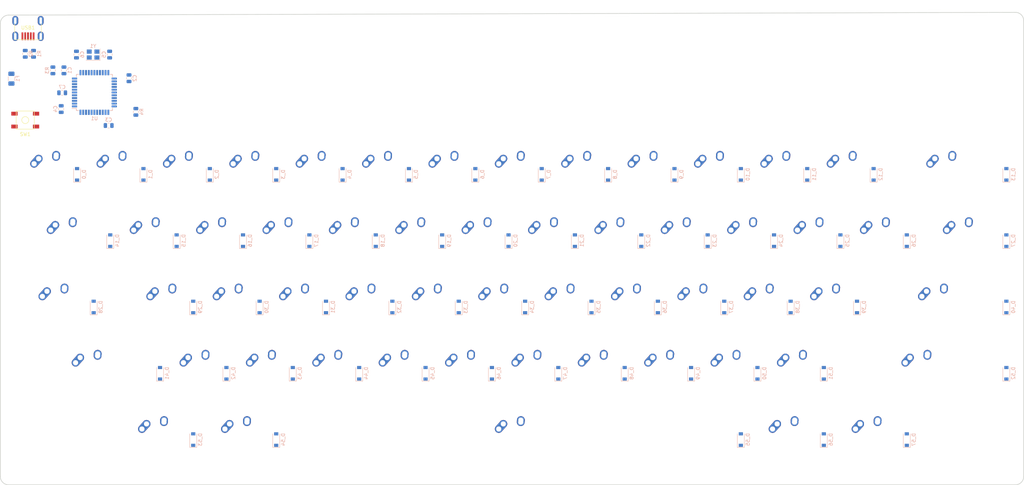
<source format=kicad_pcb>
(kicad_pcb (version 20171130) (host pcbnew "(5.1.4)-1")
  (layers (0 F.Cu signal) (31 B.Cu signal) (34 B.Paste user) (35 F.Paste user) (36 B.SilkS user) (37 F.SilkS user) (38 B.Mask user) (39 F.Mask user) (44 Edge.Cuts user))
  (net 0 "")
  (net 1 GND)
  (net 2 VCC)
  (net 3 col0)
  (net 4 col1)
  (net 5 col2)
  (net 6 col3)
  (net 7 col4)
  (net 8 col5)
  (net 9 col6)
  (net 10 col7)
  (net 11 col8)
  (net 12 col9)
  (net 13 col10)
  (net 14 col11)
  (net 15 col12)
  (net 16 col13)
  (net 17 col14)
  (net 18 row0)
  (net 19 row1)
  (net 20 row2)
  (net 21 row3)
  (net 22 row4)
  (net 23 "Net-(D_0-Pad2)")
  (net 24 "Net-(D_1-Pad2)")
  (net 25 "Net-(D_2-Pad2)")
  (net 26 "Net-(D_3-Pad2)")
  (net 27 "Net-(D_4-Pad2)")
  (net 28 "Net-(D_5-Pad2)")
  (net 29 "Net-(D_6-Pad2)")
  (net 30 "Net-(D_7-Pad2)")
  (net 31 "Net-(D_8-Pad2)")
  (net 32 "Net-(D_9-Pad2)")
  (net 33 "Net-(D_10-Pad2)")
  (net 34 "Net-(D_11-Pad2)")
  (net 35 "Net-(D_12-Pad2)")
  (net 36 "Net-(D_13-Pad2)")
  (net 37 "Net-(D_14-Pad2)")
  (net 38 "Net-(D_15-Pad2)")
  (net 39 "Net-(D_16-Pad2)")
  (net 40 "Net-(D_17-Pad2)")
  (net 41 "Net-(D_18-Pad2)")
  (net 42 "Net-(D_19-Pad2)")
  (net 43 "Net-(D_20-Pad2)")
  (net 44 "Net-(D_21-Pad2)")
  (net 45 "Net-(D_22-Pad2)")
  (net 46 "Net-(D_23-Pad2)")
  (net 47 "Net-(D_24-Pad2)")
  (net 48 "Net-(D_25-Pad2)")
  (net 49 "Net-(D_26-Pad2)")
  (net 50 "Net-(D_27-Pad2)")
  (net 51 "Net-(D_28-Pad2)")
  (net 52 "Net-(D_29-Pad2)")
  (net 53 "Net-(D_30-Pad2)")
  (net 54 "Net-(D_31-Pad2)")
  (net 55 "Net-(D_32-Pad2)")
  (net 56 "Net-(D_33-Pad2)")
  (net 57 "Net-(D_34-Pad2)")
  (net 58 "Net-(D_35-Pad2)")
  (net 59 "Net-(D_36-Pad2)")
  (net 60 "Net-(D_37-Pad2)")
  (net 61 "Net-(D_38-Pad2)")
  (net 62 "Net-(D_39-Pad2)")
  (net 63 "Net-(D_40-Pad2)")
  (net 64 "Net-(D_41-Pad2)")
  (net 65 "Net-(D_42-Pad2)")
  (net 66 "Net-(D_43-Pad2)")
  (net 67 "Net-(D_44-Pad2)")
  (net 68 "Net-(D_45-Pad2)")
  (net 69 "Net-(D_46-Pad2)")
  (net 70 "Net-(D_47-Pad2)")
  (net 71 "Net-(D_48-Pad2)")
  (net 72 "Net-(D_49-Pad2)")
  (net 73 "Net-(D_50-Pad2)")
  (net 74 "Net-(D_51-Pad2)")
  (net 75 "Net-(D_52-Pad2)")
  (net 76 "Net-(D_53-Pad2)")
  (net 77 "Net-(D_54-Pad2)")
  (net 78 "Net-(D_55-Pad2)")
  (net 79 "Net-(D_56-Pad2)")
  (net 80 "Net-(D_57-Pad2)")
  (net 81 +5V)
  (net 82 "Net-(C5-Pad2)")
  (net 83 "Net-(C6-Pad2)")
  (net 84 "Net-(C7-Pad1)")
  (net 85 D-)
  (net 86 "Net-(R1-Pad1)")
  (net 87 D+)
  (net 88 "Net-(R2-Pad1)")
  (net 89 "Net-(R3-Pad2)")
  (net 90 "Net-(R4-Pad2)")
  (net 91 "Net-(U1-Pad42)")
  (net 92 "Net-(U1-Pad41)")
  (net 93 "Net-(U1-Pad40)")
  (net 94 "Net-(U1-Pad39)")
  (net 95 "Net-(U1-Pad38)")
  (net 96 "Net-(U1-Pad37)")
  (net 97 "Net-(U1-Pad36)")
  (net 98 "Net-(U1-Pad32)")
  (net 99 "Net-(U1-Pad31)")
  (net 100 "Net-(U1-Pad30)")
  (net 101 "Net-(U1-Pad29)")
  (net 102 "Net-(U1-Pad28)")
  (net 103 "Net-(U1-Pad27)")
  (net 104 "Net-(U1-Pad26)")
  (net 105 "Net-(U1-Pad25)")
  (net 106 "Net-(U1-Pad22)")
  (net 107 "Net-(U1-Pad21)")
  (net 108 "Net-(U1-Pad20)")
  (net 109 "Net-(U1-Pad19)")
  (net 110 "Net-(U1-Pad18)")
  (net 111 "Net-(U1-Pad12)")
  (net 112 "Net-(U1-Pad11)")
  (net 113 "Net-(U1-Pad10)")
  (net 114 "Net-(U1-Pad9)")
  (net 115 "Net-(U1-Pad8)")
  (net 116 "Net-(U1-Pad1)")
  (net 117 "Net-(USB1-Pad6)")
  (net 118 "Net-(USB1-Pad2)")
  (module Crystal:Crystal_SMD_3225-4Pin_3.2x2.5mm (layer B.Cu) (at 50.419 3.39725 180)
    (fp_text reference Y1 (at 0 2.45) (layer B.SilkS) (effects (justify mirror)))
    (fp_text value Crystal_GND24_Small)
    (pad 4 smd rect (at -1.1 0.85 180) (size 1.4 1.2) (layers B.Cu B.Paste B.Mask) (net 1 GND))
    (pad 3 smd rect (at 1.1 0.85 180) (size 1.4 1.2) (layers B.Cu B.Paste B.Mask) (net 83 "Net-(C6-Pad2)"))
    (pad 2 smd rect (at 1.1 -0.85 180) (size 1.4 1.2) (layers B.Cu B.Paste B.Mask) (net 1 GND))
    (pad 1 smd rect (at -1.1 -0.85 180) (size 1.4 1.2) (layers B.Cu B.Paste B.Mask) (net 82 "Net-(C5-Pad2)"))
  )
  (module random-keyboard-parts:Molex-0548190589 (layer F.Cu) (at 31.75 -6.35 270)
    (fp_text reference USB1 (at 2.032 0) (layer F.SilkS))
    (fp_text value Molex-0548190589)
    (pad 6 thru_hole oval (at 0 -3.65 270) (size 2.7 1.7) (drill oval 1.9 0.7) (layers *.Cu *.Mask) (net 117 "Net-(USB1-Pad6)"))
    (pad 6 thru_hole oval (at 0 3.65 270) (size 2.7 1.7) (drill oval 1.9 0.7) (layers *.Cu *.Mask) (net 117 "Net-(USB1-Pad6)"))
    (pad 6 thru_hole oval (at 4.5 3.65 270) (size 2.7 1.7) (drill oval 1.9 0.7) (layers *.Cu *.Mask) (net 117 "Net-(USB1-Pad6)"))
    (pad 6 thru_hole oval (at 4.5 -3.65 270) (size 2.7 1.7) (drill oval 1.9 0.7) (layers *.Cu *.Mask) (net 117 "Net-(USB1-Pad6)"))
    (pad 5 smd rect (at 4.5 -1.6 270) (size 2.25 0.5) (layers F.Cu F.Paste F.Mask) (net 2 VCC))
    (pad 4 smd rect (at 4.5 -0.8 270) (size 2.25 0.5) (layers F.Cu F.Paste F.Mask) (net 85 D-))
    (pad 3 smd rect (at 4.5 0 270) (size 2.25 0.5) (layers F.Cu F.Paste F.Mask) (net 87 D+))
    (pad 2 smd rect (at 4.5 0.8 270) (size 2.25 0.5) (layers F.Cu F.Paste F.Mask) (net 118 "Net-(USB1-Pad2)"))
    (pad 1 smd rect (at 4.5 1.6 270) (size 2.25 0.5) (layers F.Cu F.Paste F.Mask) (net 1 GND))
  )
  (module Package_QFP:TQFP-44_10x10mm_P0.8mm (layer B.Cu) (at 50.8 14.2875)
    (fp_text reference U1 (at 0 7.45) (layer B.SilkS) (effects (justify mirror)))
    (fp_text value ATmega32U4-AU)
    (pad 44 smd rect (at -4 5.7 270) (size 1.5 0.55) (layers B.Cu B.Paste B.Mask) (net 81 +5V))
    (pad 43 smd rect (at -3.2 5.7 270) (size 1.5 0.55) (layers B.Cu B.Paste B.Mask) (net 1 GND))
    (pad 42 smd rect (at -2.4 5.7 270) (size 1.5 0.55) (layers B.Cu B.Paste B.Mask) (net 91 "Net-(U1-Pad42)"))
    (pad 41 smd rect (at -1.6 5.7 270) (size 1.5 0.55) (layers B.Cu B.Paste B.Mask) (net 92 "Net-(U1-Pad41)"))
    (pad 40 smd rect (at -0.8 5.7 270) (size 1.5 0.55) (layers B.Cu B.Paste B.Mask) (net 93 "Net-(U1-Pad40)"))
    (pad 39 smd rect (at 0 5.7 270) (size 1.5 0.55) (layers B.Cu B.Paste B.Mask) (net 94 "Net-(U1-Pad39)"))
    (pad 38 smd rect (at 0.8 5.7 270) (size 1.5 0.55) (layers B.Cu B.Paste B.Mask) (net 95 "Net-(U1-Pad38)"))
    (pad 37 smd rect (at 1.6 5.7 270) (size 1.5 0.55) (layers B.Cu B.Paste B.Mask) (net 96 "Net-(U1-Pad37)"))
    (pad 36 smd rect (at 2.4 5.7 270) (size 1.5 0.55) (layers B.Cu B.Paste B.Mask) (net 97 "Net-(U1-Pad36)"))
    (pad 35 smd rect (at 3.2 5.7 270) (size 1.5 0.55) (layers B.Cu B.Paste B.Mask) (net 1 GND))
    (pad 34 smd rect (at 4 5.7 270) (size 1.5 0.55) (layers B.Cu B.Paste B.Mask) (net 81 +5V))
    (pad 33 smd rect (at 5.7 4) (size 1.5 0.55) (layers B.Cu B.Paste B.Mask) (net 90 "Net-(R4-Pad2)"))
    (pad 32 smd rect (at 5.7 3.2) (size 1.5 0.55) (layers B.Cu B.Paste B.Mask) (net 98 "Net-(U1-Pad32)"))
    (pad 31 smd rect (at 5.7 2.4) (size 1.5 0.55) (layers B.Cu B.Paste B.Mask) (net 99 "Net-(U1-Pad31)"))
    (pad 30 smd rect (at 5.7 1.6) (size 1.5 0.55) (layers B.Cu B.Paste B.Mask) (net 100 "Net-(U1-Pad30)"))
    (pad 29 smd rect (at 5.7 0.8) (size 1.5 0.55) (layers B.Cu B.Paste B.Mask) (net 101 "Net-(U1-Pad29)"))
    (pad 28 smd rect (at 5.7 0) (size 1.5 0.55) (layers B.Cu B.Paste B.Mask) (net 102 "Net-(U1-Pad28)"))
    (pad 27 smd rect (at 5.7 -0.8) (size 1.5 0.55) (layers B.Cu B.Paste B.Mask) (net 103 "Net-(U1-Pad27)"))
    (pad 26 smd rect (at 5.7 -1.6) (size 1.5 0.55) (layers B.Cu B.Paste B.Mask) (net 104 "Net-(U1-Pad26)"))
    (pad 25 smd rect (at 5.7 -2.4) (size 1.5 0.55) (layers B.Cu B.Paste B.Mask) (net 105 "Net-(U1-Pad25)"))
    (pad 24 smd rect (at 5.7 -3.2) (size 1.5 0.55) (layers B.Cu B.Paste B.Mask) (net 81 +5V))
    (pad 23 smd rect (at 5.7 -4) (size 1.5 0.55) (layers B.Cu B.Paste B.Mask) (net 1 GND))
    (pad 22 smd rect (at 4 -5.7 270) (size 1.5 0.55) (layers B.Cu B.Paste B.Mask) (net 106 "Net-(U1-Pad22)"))
    (pad 21 smd rect (at 3.2 -5.7 270) (size 1.5 0.55) (layers B.Cu B.Paste B.Mask) (net 107 "Net-(U1-Pad21)"))
    (pad 20 smd rect (at 2.4 -5.7 270) (size 1.5 0.55) (layers B.Cu B.Paste B.Mask) (net 108 "Net-(U1-Pad20)"))
    (pad 19 smd rect (at 1.6 -5.7 270) (size 1.5 0.55) (layers B.Cu B.Paste B.Mask) (net 109 "Net-(U1-Pad19)"))
    (pad 18 smd rect (at 0.8 -5.7 270) (size 1.5 0.55) (layers B.Cu B.Paste B.Mask) (net 110 "Net-(U1-Pad18)"))
    (pad 17 smd rect (at 0 -5.7 270) (size 1.5 0.55) (layers B.Cu B.Paste B.Mask) (net 82 "Net-(C5-Pad2)"))
    (pad 16 smd rect (at -0.8 -5.7 270) (size 1.5 0.55) (layers B.Cu B.Paste B.Mask) (net 83 "Net-(C6-Pad2)"))
    (pad 15 smd rect (at -1.6 -5.7 270) (size 1.5 0.55) (layers B.Cu B.Paste B.Mask) (net 1 GND))
    (pad 14 smd rect (at -2.4 -5.7 270) (size 1.5 0.55) (layers B.Cu B.Paste B.Mask) (net 81 +5V))
    (pad 13 smd rect (at -3.2 -5.7 270) (size 1.5 0.55) (layers B.Cu B.Paste B.Mask) (net 89 "Net-(R3-Pad2)"))
    (pad 12 smd rect (at -4 -5.7 270) (size 1.5 0.55) (layers B.Cu B.Paste B.Mask) (net 111 "Net-(U1-Pad12)"))
    (pad 11 smd rect (at -5.7 -4) (size 1.5 0.55) (layers B.Cu B.Paste B.Mask) (net 112 "Net-(U1-Pad11)"))
    (pad 10 smd rect (at -5.7 -3.2) (size 1.5 0.55) (layers B.Cu B.Paste B.Mask) (net 113 "Net-(U1-Pad10)"))
    (pad 9 smd rect (at -5.7 -2.4) (size 1.5 0.55) (layers B.Cu B.Paste B.Mask) (net 114 "Net-(U1-Pad9)"))
    (pad 8 smd rect (at -5.7 -1.6) (size 1.5 0.55) (layers B.Cu B.Paste B.Mask) (net 115 "Net-(U1-Pad8)"))
    (pad 7 smd rect (at -5.7 -0.8) (size 1.5 0.55) (layers B.Cu B.Paste B.Mask) (net 81 +5V))
    (pad 6 smd rect (at -5.7 0) (size 1.5 0.55) (layers B.Cu B.Paste B.Mask) (net 84 "Net-(C7-Pad1)"))
    (pad 5 smd rect (at -5.7 0.8) (size 1.5 0.55) (layers B.Cu B.Paste B.Mask) (net 1 GND))
    (pad 4 smd rect (at -5.7 1.6) (size 1.5 0.55) (layers B.Cu B.Paste B.Mask) (net 88 "Net-(R2-Pad1)"))
    (pad 3 smd rect (at -5.7 2.4) (size 1.5 0.55) (layers B.Cu B.Paste B.Mask) (net 86 "Net-(R1-Pad1)"))
    (pad 2 smd rect (at -5.7 3.2) (size 1.5 0.55) (layers B.Cu B.Paste B.Mask) (net 81 +5V))
    (pad 1 smd rect (at -5.7 4) (size 1.5 0.55) (layers B.Cu B.Paste B.Mask) (net 116 "Net-(U1-Pad1)"))
  )
  (module random-keyboard-parts:SKQG-1155865 (layer F.Cu) (at 30.95625 22.225)
    (fp_text reference SW1 (at 0 4.064) (layer F.SilkS))
    (fp_text value SW_Push)
    (pad 4 smd rect (at -3.1 1.85) (size 1.8 1.1) (layers F.Cu F.Paste F.Mask))
    (pad 3 smd rect (at 3.1 -1.85) (size 1.8 1.1) (layers F.Cu F.Paste F.Mask))
    (pad 2 smd rect (at -3.1 -1.85) (size 1.8 1.1) (layers F.Cu F.Paste F.Mask) (net 89 "Net-(R3-Pad2)"))
    (pad 1 smd rect (at 3.1 1.85) (size 1.8 1.1) (layers F.Cu F.Paste F.Mask) (net 1 GND))
  )
  (module Resistor_SMD:R_0805_2012Metric (layer B.Cu) (at 62.70625 19.84375 90)
    (fp_text reference R4 (at 0 1.65 90) (layer B.SilkS) (effects (justify mirror)))
    (fp_text value 10k)
    (pad 2 smd roundrect (at 0.9375 0 90) (size 0.975 1.4) (layers B.Cu B.Paste B.Mask) (net 90 "Net-(R4-Pad2)"))
    (pad 1 smd roundrect (at -0.9375 0 90) (size 0.975 1.4) (layers B.Cu B.Paste B.Mask) (net 1 GND))
  )
  (module Resistor_SMD:R_0805_2012Metric (layer B.Cu) (at 38.89375 7.9375 270)
    (fp_text reference R3 (at 0 1.65 90) (layer B.SilkS) (effects (justify mirror)))
    (fp_text value R_Small)
    (pad 2 smd roundrect (at 0.9375 0 270) (size 0.975 1.4) (layers B.Cu B.Paste B.Mask) (net 89 "Net-(R3-Pad2)"))
    (pad 1 smd roundrect (at -0.9375 0 270) (size 0.975 1.4) (layers B.Cu B.Paste B.Mask) (net 81 +5V))
  )
  (module Resistor_SMD:R_0805_2012Metric (layer B.Cu) (at 30.95625 3.175 90)
    (fp_text reference R2 (at 0 1.65 90) (layer B.SilkS) (effects (justify mirror)))
    (fp_text value 22)
    (pad 2 smd roundrect (at 0.9375 0 90) (size 0.975 1.4) (layers B.Cu B.Paste B.Mask) (net 87 D+))
    (pad 1 smd roundrect (at -0.9375 0 90) (size 0.975 1.4) (layers B.Cu B.Paste B.Mask) (net 88 "Net-(R2-Pad1)"))
  )
  (module Resistor_SMD:R_0805_2012Metric (layer B.Cu) (at 33.3375 3.175 90)
    (fp_text reference R1 (at 0 1.65 90) (layer B.SilkS) (effects (justify mirror)))
    (fp_text value 22)
    (pad 2 smd roundrect (at 0.9375 0 90) (size 0.975 1.4) (layers B.Cu B.Paste B.Mask) (net 85 D-))
    (pad 1 smd roundrect (at -0.9375 0 90) (size 0.975 1.4) (layers B.Cu B.Paste B.Mask) (net 86 "Net-(R1-Pad1)"))
  )
  (module Fuse:Fuse_1206_3216Metric (layer B.Cu) (at 26.9875 10.31875 90)
    (fp_text reference F1 (at 0 1.82 90) (layer B.SilkS) (effects (justify mirror)))
    (fp_text value Polyfuse)
    (pad 2 smd roundrect (at 1.4 0 90) (size 1.25 1.75) (layers B.Cu B.Paste B.Mask) (roundrect_rratio 0.2) (net 2 VCC))
    (pad 1 smd roundrect (at -1.4 0 90) (size 1.25 1.75) (layers B.Cu B.Paste B.Mask) (roundrect_rratio 0.2) (net 81 +5V))
  )
  (module Capacitor_SMD:C_0805_2012Metric (layer B.Cu) (at 41.56075 14.38275 180)
    (fp_text reference C7 (at 0 1.65) (layer B.SilkS) (effects (justify mirror)))
    (fp_text value 1uF)
    (pad 2 smd roundrect (at 0.9375 0 180) (size 0.975 1.4) (layers B.Cu B.Paste B.Mask) (net 1 GND))
    (pad 1 smd roundrect (at -0.9375 0 180) (size 0.975 1.4) (layers B.Cu B.Paste B.Mask) (net 84 "Net-(C7-Pad1)"))
  )
  (module Capacitor_SMD:C_0805_2012Metric (layer B.Cu) (at 45.6565 3.39725 90)
    (fp_text reference C6 (at 0 1.65 270) (layer B.SilkS) (effects (justify mirror)))
    (fp_text value 22pF)
    (pad 2 smd roundrect (at 0.9375 0 90) (size 0.975 1.4) (layers B.Cu B.Paste B.Mask) (net 83 "Net-(C6-Pad2)"))
    (pad 1 smd roundrect (at -0.9375 0 90) (size 0.975 1.4) (layers B.Cu B.Paste B.Mask) (net 1 GND))
  )
  (module Capacitor_SMD:C_0805_2012Metric (layer B.Cu) (at 55.1815 3.39725 270)
    (fp_text reference C5 (at 0 1.65 90) (layer B.SilkS) (effects (justify mirror)))
    (fp_text value 22pF)
    (pad 2 smd roundrect (at 0.9375 0 270) (size 0.975 1.4) (layers B.Cu B.Paste B.Mask) (net 82 "Net-(C5-Pad2)"))
    (pad 1 smd roundrect (at -0.9375 0 270) (size 0.975 1.4) (layers B.Cu B.Paste B.Mask) (net 1 GND))
  )
  (module Capacitor_SMD:C_0805_2012Metric (layer B.Cu) (at 41.275 19.05 270)
    (fp_text reference C4 (at 0 1.65 90) (layer B.SilkS) (effects (justify mirror)))
    (fp_text value 10uF)
    (pad 2 smd roundrect (at 0.9375 0 270) (size 0.975 1.4) (layers B.Cu B.Paste B.Mask) (net 1 GND))
    (pad 1 smd roundrect (at -0.9375 0 270) (size 0.975 1.4) (layers B.Cu B.Paste B.Mask) (net 81 +5V))
  )
  (module Capacitor_SMD:C_0805_2012Metric (layer B.Cu) (at 54.89575 23.78075 180)
    (fp_text reference C3 (at 0 1.65) (layer B.SilkS) (effects (justify mirror)))
    (fp_text value 0.1uF)
    (pad 2 smd roundrect (at 0.9375 0 180) (size 0.975 1.4) (layers B.Cu B.Paste B.Mask) (net 1 GND))
    (pad 1 smd roundrect (at -0.9375 0 180) (size 0.975 1.4) (layers B.Cu B.Paste B.Mask) (net 81 +5V))
  )
  (module Capacitor_SMD:C_0805_2012Metric (layer B.Cu) (at 60.73775 10.19175 90)
    (fp_text reference C2 (at 0 1.65 90) (layer B.SilkS) (effects (justify mirror)))
    (fp_text value 0.1uF)
    (pad 2 smd roundrect (at 0.9375 0 90) (size 0.975 1.4) (layers B.Cu B.Paste B.Mask) (net 1 GND))
    (pad 1 smd roundrect (at -0.9375 0 90) (size 0.975 1.4) (layers B.Cu B.Paste B.Mask) (net 81 +5V))
  )
  (module Capacitor_SMD:C_0805_2012Metric (layer B.Cu) (at 42.06875 7.9375 90)
    (fp_text reference C1 (at 0 1.65 270) (layer B.SilkS) (effects (justify mirror)))
    (fp_text value 0.1uF)
    (pad 2 smd roundrect (at 0.9375 0 90) (size 0.975 1.4) (layers B.Cu B.Paste B.Mask) (net 1 GND))
    (pad 1 smd roundrect (at -0.9375 0 90) (size 0.975 1.4) (layers B.Cu B.Paste B.Mask) (net 81 +5V))
  )
  (module MX_Alps_Hybrid:MX-1U-NoLED (layer F.Cu) (at 37.30625 37.30625)
    (fp_text reference K_0)
    (fp_text value KEYSW)
    (pad 1 thru_hole circle (at -2.5 -4) (size 2.25 2.25) (drill 1.47) (layers *.Cu B.Mask) (net 3 col0))
    (pad 1 thru_hole oval (at -3.81 -2.54 48.0996) (size 4.211556 2.25) (drill 1.47 (offset 0.980778 0)) (layers *.Cu B.Mask) (net 3 col0))
    (pad 2 thru_hole oval (at 2.5 -4.5 86.0548) (size 2.831378 2.25) (drill 1.47 (offset 0.290689 0)) (layers *.Cu B.Mask) (net 23 "Net-(D_0-Pad2)"))
    (pad 2 thru_hole circle (at 2.54 -5.08) (size 2.25 2.25) (drill 1.47) (layers *.Cu B.Mask) (net 23 "Net-(D_0-Pad2)"))
    (pad "" np_thru_hole circle (at 0 0) (size 3.9878 3.9878) (drill 3.9878) (layers *.Cu *.Mask))
    (pad "" np_thru_hole circle (at -5.08 0 48.0996) (size 1.75 1.75) (drill 1.75) (layers *.Cu *.Mask))
    (pad "" np_thru_hole circle (at 5.08 0 48.0996) (size 1.75 1.75) (drill 1.75) (layers *.Cu *.Mask))
  )
  (module Diode_SMD:D_SOD-123 (layer B.Cu) (at 45.83125 37.80625 90)
    (fp_text reference D_0 (at 0 2 90) (layer B.SilkS) (effects (justify mirror)))
    (fp_text value D)
    (pad 2 smd rect (at 1.65 0 90) (size 0.9 1.2) (layers B.Cu B.Paste B.Mask) (net 23 "Net-(D_0-Pad2)"))
    (pad 1 smd rect (at -1.65 0 90) (size 0.9 1.2) (layers B.Cu B.Paste B.Mask) (net 18 row0))
  )
  (module MX_Alps_Hybrid:MX-1U-NoLED (layer F.Cu) (at 56.35625 37.30625)
    (fp_text reference K_1)
    (fp_text value KEYSW)
    (pad 1 thru_hole circle (at -2.5 -4) (size 2.25 2.25) (drill 1.47) (layers *.Cu B.Mask) (net 4 col1))
    (pad 1 thru_hole oval (at -3.81 -2.54 48.0996) (size 4.211556 2.25) (drill 1.47 (offset 0.980778 0)) (layers *.Cu B.Mask) (net 4 col1))
    (pad 2 thru_hole oval (at 2.5 -4.5 86.0548) (size 2.831378 2.25) (drill 1.47 (offset 0.290689 0)) (layers *.Cu B.Mask) (net 24 "Net-(D_1-Pad2)"))
    (pad 2 thru_hole circle (at 2.54 -5.08) (size 2.25 2.25) (drill 1.47) (layers *.Cu B.Mask) (net 24 "Net-(D_1-Pad2)"))
    (pad "" np_thru_hole circle (at 0 0) (size 3.9878 3.9878) (drill 3.9878) (layers *.Cu *.Mask))
    (pad "" np_thru_hole circle (at -5.08 0 48.0996) (size 1.75 1.75) (drill 1.75) (layers *.Cu *.Mask))
    (pad "" np_thru_hole circle (at 5.08 0 48.0996) (size 1.75 1.75) (drill 1.75) (layers *.Cu *.Mask))
  )
  (module Diode_SMD:D_SOD-123 (layer B.Cu) (at 64.88125 37.80625 90)
    (fp_text reference D_1 (at 0 2 90) (layer B.SilkS) (effects (justify mirror)))
    (fp_text value D)
    (pad 2 smd rect (at 1.65 0 90) (size 0.9 1.2) (layers B.Cu B.Paste B.Mask) (net 24 "Net-(D_1-Pad2)"))
    (pad 1 smd rect (at -1.65 0 90) (size 0.9 1.2) (layers B.Cu B.Paste B.Mask) (net 18 row0))
  )
  (module MX_Alps_Hybrid:MX-1U-NoLED (layer F.Cu) (at 75.40625 37.30625)
    (fp_text reference K_2)
    (fp_text value KEYSW)
    (pad 1 thru_hole circle (at -2.5 -4) (size 2.25 2.25) (drill 1.47) (layers *.Cu B.Mask) (net 5 col2))
    (pad 1 thru_hole oval (at -3.81 -2.54 48.0996) (size 4.211556 2.25) (drill 1.47 (offset 0.980778 0)) (layers *.Cu B.Mask) (net 5 col2))
    (pad 2 thru_hole oval (at 2.5 -4.5 86.0548) (size 2.831378 2.25) (drill 1.47 (offset 0.290689 0)) (layers *.Cu B.Mask) (net 25 "Net-(D_2-Pad2)"))
    (pad 2 thru_hole circle (at 2.54 -5.08) (size 2.25 2.25) (drill 1.47) (layers *.Cu B.Mask) (net 25 "Net-(D_2-Pad2)"))
    (pad "" np_thru_hole circle (at 0 0) (size 3.9878 3.9878) (drill 3.9878) (layers *.Cu *.Mask))
    (pad "" np_thru_hole circle (at -5.08 0 48.0996) (size 1.75 1.75) (drill 1.75) (layers *.Cu *.Mask))
    (pad "" np_thru_hole circle (at 5.08 0 48.0996) (size 1.75 1.75) (drill 1.75) (layers *.Cu *.Mask))
  )
  (module Diode_SMD:D_SOD-123 (layer B.Cu) (at 83.93125 37.80625 90)
    (fp_text reference D_2 (at 0 2 90) (layer B.SilkS) (effects (justify mirror)))
    (fp_text value D)
    (pad 2 smd rect (at 1.65 0 90) (size 0.9 1.2) (layers B.Cu B.Paste B.Mask) (net 25 "Net-(D_2-Pad2)"))
    (pad 1 smd rect (at -1.65 0 90) (size 0.9 1.2) (layers B.Cu B.Paste B.Mask) (net 18 row0))
  )
  (module MX_Alps_Hybrid:MX-1U-NoLED (layer F.Cu) (at 94.45625 37.30625)
    (fp_text reference K_3)
    (fp_text value KEYSW)
    (pad 1 thru_hole circle (at -2.5 -4) (size 2.25 2.25) (drill 1.47) (layers *.Cu B.Mask) (net 6 col3))
    (pad 1 thru_hole oval (at -3.81 -2.54 48.0996) (size 4.211556 2.25) (drill 1.47 (offset 0.980778 0)) (layers *.Cu B.Mask) (net 6 col3))
    (pad 2 thru_hole oval (at 2.5 -4.5 86.0548) (size 2.831378 2.25) (drill 1.47 (offset 0.290689 0)) (layers *.Cu B.Mask) (net 26 "Net-(D_3-Pad2)"))
    (pad 2 thru_hole circle (at 2.54 -5.08) (size 2.25 2.25) (drill 1.47) (layers *.Cu B.Mask) (net 26 "Net-(D_3-Pad2)"))
    (pad "" np_thru_hole circle (at 0 0) (size 3.9878 3.9878) (drill 3.9878) (layers *.Cu *.Mask))
    (pad "" np_thru_hole circle (at -5.08 0 48.0996) (size 1.75 1.75) (drill 1.75) (layers *.Cu *.Mask))
    (pad "" np_thru_hole circle (at 5.08 0 48.0996) (size 1.75 1.75) (drill 1.75) (layers *.Cu *.Mask))
  )
  (module Diode_SMD:D_SOD-123 (layer B.Cu) (at 102.98125 37.80625 90)
    (fp_text reference D_3 (at 0 2 90) (layer B.SilkS) (effects (justify mirror)))
    (fp_text value D)
    (pad 2 smd rect (at 1.65 0 90) (size 0.9 1.2) (layers B.Cu B.Paste B.Mask) (net 26 "Net-(D_3-Pad2)"))
    (pad 1 smd rect (at -1.65 0 90) (size 0.9 1.2) (layers B.Cu B.Paste B.Mask) (net 18 row0))
  )
  (module MX_Alps_Hybrid:MX-1U-NoLED (layer F.Cu) (at 113.50625 37.30625)
    (fp_text reference K_4)
    (fp_text value KEYSW)
    (pad 1 thru_hole circle (at -2.5 -4) (size 2.25 2.25) (drill 1.47) (layers *.Cu B.Mask) (net 7 col4))
    (pad 1 thru_hole oval (at -3.81 -2.54 48.0996) (size 4.211556 2.25) (drill 1.47 (offset 0.980778 0)) (layers *.Cu B.Mask) (net 7 col4))
    (pad 2 thru_hole oval (at 2.5 -4.5 86.0548) (size 2.831378 2.25) (drill 1.47 (offset 0.290689 0)) (layers *.Cu B.Mask) (net 27 "Net-(D_4-Pad2)"))
    (pad 2 thru_hole circle (at 2.54 -5.08) (size 2.25 2.25) (drill 1.47) (layers *.Cu B.Mask) (net 27 "Net-(D_4-Pad2)"))
    (pad "" np_thru_hole circle (at 0 0) (size 3.9878 3.9878) (drill 3.9878) (layers *.Cu *.Mask))
    (pad "" np_thru_hole circle (at -5.08 0 48.0996) (size 1.75 1.75) (drill 1.75) (layers *.Cu *.Mask))
    (pad "" np_thru_hole circle (at 5.08 0 48.0996) (size 1.75 1.75) (drill 1.75) (layers *.Cu *.Mask))
  )
  (module Diode_SMD:D_SOD-123 (layer B.Cu) (at 122.03125 37.80625 90)
    (fp_text reference D_4 (at 0 2 90) (layer B.SilkS) (effects (justify mirror)))
    (fp_text value D)
    (pad 2 smd rect (at 1.65 0 90) (size 0.9 1.2) (layers B.Cu B.Paste B.Mask) (net 27 "Net-(D_4-Pad2)"))
    (pad 1 smd rect (at -1.65 0 90) (size 0.9 1.2) (layers B.Cu B.Paste B.Mask) (net 18 row0))
  )
  (module MX_Alps_Hybrid:MX-1U-NoLED (layer F.Cu) (at 132.55625 37.30625)
    (fp_text reference K_5)
    (fp_text value KEYSW)
    (pad 1 thru_hole circle (at -2.5 -4) (size 2.25 2.25) (drill 1.47) (layers *.Cu B.Mask) (net 8 col5))
    (pad 1 thru_hole oval (at -3.81 -2.54 48.0996) (size 4.211556 2.25) (drill 1.47 (offset 0.980778 0)) (layers *.Cu B.Mask) (net 8 col5))
    (pad 2 thru_hole oval (at 2.5 -4.5 86.0548) (size 2.831378 2.25) (drill 1.47 (offset 0.290689 0)) (layers *.Cu B.Mask) (net 28 "Net-(D_5-Pad2)"))
    (pad 2 thru_hole circle (at 2.54 -5.08) (size 2.25 2.25) (drill 1.47) (layers *.Cu B.Mask) (net 28 "Net-(D_5-Pad2)"))
    (pad "" np_thru_hole circle (at 0 0) (size 3.9878 3.9878) (drill 3.9878) (layers *.Cu *.Mask))
    (pad "" np_thru_hole circle (at -5.08 0 48.0996) (size 1.75 1.75) (drill 1.75) (layers *.Cu *.Mask))
    (pad "" np_thru_hole circle (at 5.08 0 48.0996) (size 1.75 1.75) (drill 1.75) (layers *.Cu *.Mask))
  )
  (module Diode_SMD:D_SOD-123 (layer B.Cu) (at 141.08125 37.80625 90)
    (fp_text reference D_5 (at 0 2 90) (layer B.SilkS) (effects (justify mirror)))
    (fp_text value D)
    (pad 2 smd rect (at 1.65 0 90) (size 0.9 1.2) (layers B.Cu B.Paste B.Mask) (net 28 "Net-(D_5-Pad2)"))
    (pad 1 smd rect (at -1.65 0 90) (size 0.9 1.2) (layers B.Cu B.Paste B.Mask) (net 18 row0))
  )
  (module MX_Alps_Hybrid:MX-1U-NoLED (layer F.Cu) (at 151.60625 37.30625)
    (fp_text reference K_6)
    (fp_text value KEYSW)
    (pad 1 thru_hole circle (at -2.5 -4) (size 2.25 2.25) (drill 1.47) (layers *.Cu B.Mask) (net 9 col6))
    (pad 1 thru_hole oval (at -3.81 -2.54 48.0996) (size 4.211556 2.25) (drill 1.47 (offset 0.980778 0)) (layers *.Cu B.Mask) (net 9 col6))
    (pad 2 thru_hole oval (at 2.5 -4.5 86.0548) (size 2.831378 2.25) (drill 1.47 (offset 0.290689 0)) (layers *.Cu B.Mask) (net 29 "Net-(D_6-Pad2)"))
    (pad 2 thru_hole circle (at 2.54 -5.08) (size 2.25 2.25) (drill 1.47) (layers *.Cu B.Mask) (net 29 "Net-(D_6-Pad2)"))
    (pad "" np_thru_hole circle (at 0 0) (size 3.9878 3.9878) (drill 3.9878) (layers *.Cu *.Mask))
    (pad "" np_thru_hole circle (at -5.08 0 48.0996) (size 1.75 1.75) (drill 1.75) (layers *.Cu *.Mask))
    (pad "" np_thru_hole circle (at 5.08 0 48.0996) (size 1.75 1.75) (drill 1.75) (layers *.Cu *.Mask))
  )
  (module Diode_SMD:D_SOD-123 (layer B.Cu) (at 160.13125 37.80625 90)
    (fp_text reference D_6 (at 0 2 90) (layer B.SilkS) (effects (justify mirror)))
    (fp_text value D)
    (pad 2 smd rect (at 1.65 0 90) (size 0.9 1.2) (layers B.Cu B.Paste B.Mask) (net 29 "Net-(D_6-Pad2)"))
    (pad 1 smd rect (at -1.65 0 90) (size 0.9 1.2) (layers B.Cu B.Paste B.Mask) (net 18 row0))
  )
  (module MX_Alps_Hybrid:MX-1U-NoLED (layer F.Cu) (at 170.65625 37.30625)
    (fp_text reference K_7)
    (fp_text value KEYSW)
    (pad 1 thru_hole circle (at -2.5 -4) (size 2.25 2.25) (drill 1.47) (layers *.Cu B.Mask) (net 10 col7))
    (pad 1 thru_hole oval (at -3.81 -2.54 48.0996) (size 4.211556 2.25) (drill 1.47 (offset 0.980778 0)) (layers *.Cu B.Mask) (net 10 col7))
    (pad 2 thru_hole oval (at 2.5 -4.5 86.0548) (size 2.831378 2.25) (drill 1.47 (offset 0.290689 0)) (layers *.Cu B.Mask) (net 30 "Net-(D_7-Pad2)"))
    (pad 2 thru_hole circle (at 2.54 -5.08) (size 2.25 2.25) (drill 1.47) (layers *.Cu B.Mask) (net 30 "Net-(D_7-Pad2)"))
    (pad "" np_thru_hole circle (at 0 0) (size 3.9878 3.9878) (drill 3.9878) (layers *.Cu *.Mask))
    (pad "" np_thru_hole circle (at -5.08 0 48.0996) (size 1.75 1.75) (drill 1.75) (layers *.Cu *.Mask))
    (pad "" np_thru_hole circle (at 5.08 0 48.0996) (size 1.75 1.75) (drill 1.75) (layers *.Cu *.Mask))
  )
  (module Diode_SMD:D_SOD-123 (layer B.Cu) (at 179.18125 37.80625 90)
    (fp_text reference D_7 (at 0 2 90) (layer B.SilkS) (effects (justify mirror)))
    (fp_text value D)
    (pad 2 smd rect (at 1.65 0 90) (size 0.9 1.2) (layers B.Cu B.Paste B.Mask) (net 30 "Net-(D_7-Pad2)"))
    (pad 1 smd rect (at -1.65 0 90) (size 0.9 1.2) (layers B.Cu B.Paste B.Mask) (net 18 row0))
  )
  (module MX_Alps_Hybrid:MX-1U-NoLED (layer F.Cu) (at 189.70625 37.30625)
    (fp_text reference K_8)
    (fp_text value KEYSW)
    (pad 1 thru_hole circle (at -2.5 -4) (size 2.25 2.25) (drill 1.47) (layers *.Cu B.Mask) (net 11 col8))
    (pad 1 thru_hole oval (at -3.81 -2.54 48.0996) (size 4.211556 2.25) (drill 1.47 (offset 0.980778 0)) (layers *.Cu B.Mask) (net 11 col8))
    (pad 2 thru_hole oval (at 2.5 -4.5 86.0548) (size 2.831378 2.25) (drill 1.47 (offset 0.290689 0)) (layers *.Cu B.Mask) (net 31 "Net-(D_8-Pad2)"))
    (pad 2 thru_hole circle (at 2.54 -5.08) (size 2.25 2.25) (drill 1.47) (layers *.Cu B.Mask) (net 31 "Net-(D_8-Pad2)"))
    (pad "" np_thru_hole circle (at 0 0) (size 3.9878 3.9878) (drill 3.9878) (layers *.Cu *.Mask))
    (pad "" np_thru_hole circle (at -5.08 0 48.0996) (size 1.75 1.75) (drill 1.75) (layers *.Cu *.Mask))
    (pad "" np_thru_hole circle (at 5.08 0 48.0996) (size 1.75 1.75) (drill 1.75) (layers *.Cu *.Mask))
  )
  (module Diode_SMD:D_SOD-123 (layer B.Cu) (at 198.23125 37.80625 90)
    (fp_text reference D_8 (at 0 2 90) (layer B.SilkS) (effects (justify mirror)))
    (fp_text value D)
    (pad 2 smd rect (at 1.65 0 90) (size 0.9 1.2) (layers B.Cu B.Paste B.Mask) (net 31 "Net-(D_8-Pad2)"))
    (pad 1 smd rect (at -1.65 0 90) (size 0.9 1.2) (layers B.Cu B.Paste B.Mask) (net 18 row0))
  )
  (module MX_Alps_Hybrid:MX-1U-NoLED (layer F.Cu) (at 208.75625 37.30625)
    (fp_text reference K_9)
    (fp_text value KEYSW)
    (pad 1 thru_hole circle (at -2.5 -4) (size 2.25 2.25) (drill 1.47) (layers *.Cu B.Mask) (net 12 col9))
    (pad 1 thru_hole oval (at -3.81 -2.54 48.0996) (size 4.211556 2.25) (drill 1.47 (offset 0.980778 0)) (layers *.Cu B.Mask) (net 12 col9))
    (pad 2 thru_hole oval (at 2.5 -4.5 86.0548) (size 2.831378 2.25) (drill 1.47 (offset 0.290689 0)) (layers *.Cu B.Mask) (net 32 "Net-(D_9-Pad2)"))
    (pad 2 thru_hole circle (at 2.54 -5.08) (size 2.25 2.25) (drill 1.47) (layers *.Cu B.Mask) (net 32 "Net-(D_9-Pad2)"))
    (pad "" np_thru_hole circle (at 0 0) (size 3.9878 3.9878) (drill 3.9878) (layers *.Cu *.Mask))
    (pad "" np_thru_hole circle (at -5.08 0 48.0996) (size 1.75 1.75) (drill 1.75) (layers *.Cu *.Mask))
    (pad "" np_thru_hole circle (at 5.08 0 48.0996) (size 1.75 1.75) (drill 1.75) (layers *.Cu *.Mask))
  )
  (module Diode_SMD:D_SOD-123 (layer B.Cu) (at 217.28125 37.80625 90)
    (fp_text reference D_9 (at 0 2 90) (layer B.SilkS) (effects (justify mirror)))
    (fp_text value D)
    (pad 2 smd rect (at 1.65 0 90) (size 0.9 1.2) (layers B.Cu B.Paste B.Mask) (net 32 "Net-(D_9-Pad2)"))
    (pad 1 smd rect (at -1.65 0 90) (size 0.9 1.2) (layers B.Cu B.Paste B.Mask) (net 18 row0))
  )
  (module MX_Alps_Hybrid:MX-1U-NoLED (layer F.Cu) (at 227.80625 37.30625)
    (fp_text reference K_10)
    (fp_text value KEYSW)
    (pad 1 thru_hole circle (at -2.5 -4) (size 2.25 2.25) (drill 1.47) (layers *.Cu B.Mask) (net 13 col10))
    (pad 1 thru_hole oval (at -3.81 -2.54 48.0996) (size 4.211556 2.25) (drill 1.47 (offset 0.980778 0)) (layers *.Cu B.Mask) (net 13 col10))
    (pad 2 thru_hole oval (at 2.5 -4.5 86.0548) (size 2.831378 2.25) (drill 1.47 (offset 0.290689 0)) (layers *.Cu B.Mask) (net 33 "Net-(D_10-Pad2)"))
    (pad 2 thru_hole circle (at 2.54 -5.08) (size 2.25 2.25) (drill 1.47) (layers *.Cu B.Mask) (net 33 "Net-(D_10-Pad2)"))
    (pad "" np_thru_hole circle (at 0 0) (size 3.9878 3.9878) (drill 3.9878) (layers *.Cu *.Mask))
    (pad "" np_thru_hole circle (at -5.08 0 48.0996) (size 1.75 1.75) (drill 1.75) (layers *.Cu *.Mask))
    (pad "" np_thru_hole circle (at 5.08 0 48.0996) (size 1.75 1.75) (drill 1.75) (layers *.Cu *.Mask))
  )
  (module Diode_SMD:D_SOD-123 (layer B.Cu) (at 236.33125 37.80625 90)
    (fp_text reference D_10 (at 0 2 90) (layer B.SilkS) (effects (justify mirror)))
    (fp_text value D)
    (pad 2 smd rect (at 1.65 0 90) (size 0.9 1.2) (layers B.Cu B.Paste B.Mask) (net 33 "Net-(D_10-Pad2)"))
    (pad 1 smd rect (at -1.65 0 90) (size 0.9 1.2) (layers B.Cu B.Paste B.Mask) (net 18 row0))
  )
  (module MX_Alps_Hybrid:MX-1U-NoLED (layer F.Cu) (at 246.85625 37.30625)
    (fp_text reference K_11)
    (fp_text value KEYSW)
    (pad 1 thru_hole circle (at -2.5 -4) (size 2.25 2.25) (drill 1.47) (layers *.Cu B.Mask) (net 14 col11))
    (pad 1 thru_hole oval (at -3.81 -2.54 48.0996) (size 4.211556 2.25) (drill 1.47 (offset 0.980778 0)) (layers *.Cu B.Mask) (net 14 col11))
    (pad 2 thru_hole oval (at 2.5 -4.5 86.0548) (size 2.831378 2.25) (drill 1.47 (offset 0.290689 0)) (layers *.Cu B.Mask) (net 34 "Net-(D_11-Pad2)"))
    (pad 2 thru_hole circle (at 2.54 -5.08) (size 2.25 2.25) (drill 1.47) (layers *.Cu B.Mask) (net 34 "Net-(D_11-Pad2)"))
    (pad "" np_thru_hole circle (at 0 0) (size 3.9878 3.9878) (drill 3.9878) (layers *.Cu *.Mask))
    (pad "" np_thru_hole circle (at -5.08 0 48.0996) (size 1.75 1.75) (drill 1.75) (layers *.Cu *.Mask))
    (pad "" np_thru_hole circle (at 5.08 0 48.0996) (size 1.75 1.75) (drill 1.75) (layers *.Cu *.Mask))
  )
  (module Diode_SMD:D_SOD-123 (layer B.Cu) (at 255.38125 37.80625 90)
    (fp_text reference D_11 (at 0 2 90) (layer B.SilkS) (effects (justify mirror)))
    (fp_text value D)
    (pad 2 smd rect (at 1.65 0 90) (size 0.9 1.2) (layers B.Cu B.Paste B.Mask) (net 34 "Net-(D_11-Pad2)"))
    (pad 1 smd rect (at -1.65 0 90) (size 0.9 1.2) (layers B.Cu B.Paste B.Mask) (net 18 row0))
  )
  (module MX_Alps_Hybrid:MX-1U-NoLED (layer F.Cu) (at 265.90625 37.30625)
    (fp_text reference K_12)
    (fp_text value KEYSW)
    (pad 1 thru_hole circle (at -2.5 -4) (size 2.25 2.25) (drill 1.47) (layers *.Cu B.Mask) (net 15 col12))
    (pad 1 thru_hole oval (at -3.81 -2.54 48.0996) (size 4.211556 2.25) (drill 1.47 (offset 0.980778 0)) (layers *.Cu B.Mask) (net 15 col12))
    (pad 2 thru_hole oval (at 2.5 -4.5 86.0548) (size 2.831378 2.25) (drill 1.47 (offset 0.290689 0)) (layers *.Cu B.Mask) (net 35 "Net-(D_12-Pad2)"))
    (pad 2 thru_hole circle (at 2.54 -5.08) (size 2.25 2.25) (drill 1.47) (layers *.Cu B.Mask) (net 35 "Net-(D_12-Pad2)"))
    (pad "" np_thru_hole circle (at 0 0) (size 3.9878 3.9878) (drill 3.9878) (layers *.Cu *.Mask))
    (pad "" np_thru_hole circle (at -5.08 0 48.0996) (size 1.75 1.75) (drill 1.75) (layers *.Cu *.Mask))
    (pad "" np_thru_hole circle (at 5.08 0 48.0996) (size 1.75 1.75) (drill 1.75) (layers *.Cu *.Mask))
  )
  (module Diode_SMD:D_SOD-123 (layer B.Cu) (at 274.43125 37.80625 90)
    (fp_text reference D_12 (at 0 2 90) (layer B.SilkS) (effects (justify mirror)))
    (fp_text value D)
    (pad 2 smd rect (at 1.65 0 90) (size 0.9 1.2) (layers B.Cu B.Paste B.Mask) (net 35 "Net-(D_12-Pad2)"))
    (pad 1 smd rect (at -1.65 0 90) (size 0.9 1.2) (layers B.Cu B.Paste B.Mask) (net 18 row0))
  )
  (module MX_Alps_Hybrid:MX-2U-NoLED (layer F.Cu) (at 294.48125 37.30625)
    (fp_text reference K_13)
    (fp_text value KEYSW)
    (pad 1 thru_hole circle (at -2.5 -4) (size 2.25 2.25) (drill 1.47) (layers *.Cu B.Mask) (net 17 col14))
    (pad 1 thru_hole oval (at -3.81 -2.54 48.0996) (size 4.211556 2.25) (drill 1.47 (offset 0.980778 0)) (layers *.Cu B.Mask) (net 17 col14))
    (pad 2 thru_hole oval (at 2.5 -4.5 86.0548) (size 2.831378 2.25) (drill 1.47 (offset 0.290689 0)) (layers *.Cu B.Mask) (net 36 "Net-(D_13-Pad2)"))
    (pad 2 thru_hole circle (at 2.54 -5.08) (size 2.25 2.25) (drill 1.47) (layers *.Cu B.Mask) (net 36 "Net-(D_13-Pad2)"))
    (pad "" np_thru_hole circle (at 0 0) (size 3.9878 3.9878) (drill 3.9878) (layers *.Cu *.Mask))
    (pad "" np_thru_hole circle (at -5.08 0 48.0996) (size 1.75 1.75) (drill 1.75) (layers *.Cu *.Mask))
    (pad "" np_thru_hole circle (at 5.08 0 48.0996) (size 1.75 1.75) (drill 1.75) (layers *.Cu *.Mask))
    (pad "" np_thru_hole circle (at -11.938 -6.985) (size 3.048 3.048) (drill 3.048) (layers *.Cu *.Mask))
    (pad "" np_thru_hole circle (at 11.938 -6.985) (size 3.048 3.048) (drill 3.048) (layers *.Cu *.Mask))
    (pad "" np_thru_hole circle (at -11.938 8.255) (size 3.9878 3.9878) (drill 3.9878) (layers *.Cu *.Mask))
    (pad "" np_thru_hole circle (at 11.938 8.255) (size 3.9878 3.9878) (drill 3.9878) (layers *.Cu *.Mask))
  )
  (module Diode_SMD:D_SOD-123 (layer B.Cu) (at 312.53125 37.80625 90)
    (fp_text reference D_13 (at 0 2 90) (layer B.SilkS) (effects (justify mirror)))
    (fp_text value D)
    (pad 2 smd rect (at 1.65 0 90) (size 0.9 1.2) (layers B.Cu B.Paste B.Mask) (net 36 "Net-(D_13-Pad2)"))
    (pad 1 smd rect (at -1.65 0 90) (size 0.9 1.2) (layers B.Cu B.Paste B.Mask) (net 18 row0))
  )
  (module MX_Alps_Hybrid:MX-1.5U-NoLED (layer F.Cu) (at 42.06875 56.35625)
    (fp_text reference K_14)
    (fp_text value KEYSW)
    (pad 1 thru_hole circle (at -2.5 -4) (size 2.25 2.25) (drill 1.47) (layers *.Cu B.Mask) (net 3 col0))
    (pad 1 thru_hole oval (at -3.81 -2.54 48.0996) (size 4.211556 2.25) (drill 1.47 (offset 0.980778 0)) (layers *.Cu B.Mask) (net 3 col0))
    (pad 2 thru_hole oval (at 2.5 -4.5 86.0548) (size 2.831378 2.25) (drill 1.47 (offset 0.290689 0)) (layers *.Cu B.Mask) (net 37 "Net-(D_14-Pad2)"))
    (pad 2 thru_hole circle (at 2.54 -5.08) (size 2.25 2.25) (drill 1.47) (layers *.Cu B.Mask) (net 37 "Net-(D_14-Pad2)"))
    (pad "" np_thru_hole circle (at 0 0) (size 3.9878 3.9878) (drill 3.9878) (layers *.Cu *.Mask))
    (pad "" np_thru_hole circle (at -5.08 0 48.0996) (size 1.75 1.75) (drill 1.75) (layers *.Cu *.Mask))
    (pad "" np_thru_hole circle (at 5.08 0 48.0996) (size 1.75 1.75) (drill 1.75) (layers *.Cu *.Mask))
  )
  (module Diode_SMD:D_SOD-123 (layer B.Cu) (at 55.35625 56.85625 90)
    (fp_text reference D_14 (at 0 2 90) (layer B.SilkS) (effects (justify mirror)))
    (fp_text value D)
    (pad 2 smd rect (at 1.65 0 90) (size 0.9 1.2) (layers B.Cu B.Paste B.Mask) (net 37 "Net-(D_14-Pad2)"))
    (pad 1 smd rect (at -1.65 0 90) (size 0.9 1.2) (layers B.Cu B.Paste B.Mask) (net 19 row1))
  )
  (module MX_Alps_Hybrid:MX-1U-NoLED (layer F.Cu) (at 65.88125 56.35625)
    (fp_text reference K_15)
    (fp_text value KEYSW)
    (pad 1 thru_hole circle (at -2.5 -4) (size 2.25 2.25) (drill 1.47) (layers *.Cu B.Mask) (net 5 col2))
    (pad 1 thru_hole oval (at -3.81 -2.54 48.0996) (size 4.211556 2.25) (drill 1.47 (offset 0.980778 0)) (layers *.Cu B.Mask) (net 5 col2))
    (pad 2 thru_hole oval (at 2.5 -4.5 86.0548) (size 2.831378 2.25) (drill 1.47 (offset 0.290689 0)) (layers *.Cu B.Mask) (net 38 "Net-(D_15-Pad2)"))
    (pad 2 thru_hole circle (at 2.54 -5.08) (size 2.25 2.25) (drill 1.47) (layers *.Cu B.Mask) (net 38 "Net-(D_15-Pad2)"))
    (pad "" np_thru_hole circle (at 0 0) (size 3.9878 3.9878) (drill 3.9878) (layers *.Cu *.Mask))
    (pad "" np_thru_hole circle (at -5.08 0 48.0996) (size 1.75 1.75) (drill 1.75) (layers *.Cu *.Mask))
    (pad "" np_thru_hole circle (at 5.08 0 48.0996) (size 1.75 1.75) (drill 1.75) (layers *.Cu *.Mask))
  )
  (module Diode_SMD:D_SOD-123 (layer B.Cu) (at 74.40625 56.85625 90)
    (fp_text reference D_15 (at 0 2 90) (layer B.SilkS) (effects (justify mirror)))
    (fp_text value D)
    (pad 2 smd rect (at 1.65 0 90) (size 0.9 1.2) (layers B.Cu B.Paste B.Mask) (net 38 "Net-(D_15-Pad2)"))
    (pad 1 smd rect (at -1.65 0 90) (size 0.9 1.2) (layers B.Cu B.Paste B.Mask) (net 19 row1))
  )
  (module MX_Alps_Hybrid:MX-1U-NoLED (layer F.Cu) (at 84.93125 56.35625)
    (fp_text reference K_16)
    (fp_text value KEYSW)
    (pad 1 thru_hole circle (at -2.5 -4) (size 2.25 2.25) (drill 1.47) (layers *.Cu B.Mask) (net 6 col3))
    (pad 1 thru_hole oval (at -3.81 -2.54 48.0996) (size 4.211556 2.25) (drill 1.47 (offset 0.980778 0)) (layers *.Cu B.Mask) (net 6 col3))
    (pad 2 thru_hole oval (at 2.5 -4.5 86.0548) (size 2.831378 2.25) (drill 1.47 (offset 0.290689 0)) (layers *.Cu B.Mask) (net 39 "Net-(D_16-Pad2)"))
    (pad 2 thru_hole circle (at 2.54 -5.08) (size 2.25 2.25) (drill 1.47) (layers *.Cu B.Mask) (net 39 "Net-(D_16-Pad2)"))
    (pad "" np_thru_hole circle (at 0 0) (size 3.9878 3.9878) (drill 3.9878) (layers *.Cu *.Mask))
    (pad "" np_thru_hole circle (at -5.08 0 48.0996) (size 1.75 1.75) (drill 1.75) (layers *.Cu *.Mask))
    (pad "" np_thru_hole circle (at 5.08 0 48.0996) (size 1.75 1.75) (drill 1.75) (layers *.Cu *.Mask))
  )
  (module Diode_SMD:D_SOD-123 (layer B.Cu) (at 93.45625 56.85625 90)
    (fp_text reference D_16 (at 0 2 90) (layer B.SilkS) (effects (justify mirror)))
    (fp_text value D)
    (pad 2 smd rect (at 1.65 0 90) (size 0.9 1.2) (layers B.Cu B.Paste B.Mask) (net 39 "Net-(D_16-Pad2)"))
    (pad 1 smd rect (at -1.65 0 90) (size 0.9 1.2) (layers B.Cu B.Paste B.Mask) (net 19 row1))
  )
  (module MX_Alps_Hybrid:MX-1U-NoLED (layer F.Cu) (at 103.98125 56.35625)
    (fp_text reference K_17)
    (fp_text value KEYSW)
    (pad 1 thru_hole circle (at -2.5 -4) (size 2.25 2.25) (drill 1.47) (layers *.Cu B.Mask) (net 7 col4))
    (pad 1 thru_hole oval (at -3.81 -2.54 48.0996) (size 4.211556 2.25) (drill 1.47 (offset 0.980778 0)) (layers *.Cu B.Mask) (net 7 col4))
    (pad 2 thru_hole oval (at 2.5 -4.5 86.0548) (size 2.831378 2.25) (drill 1.47 (offset 0.290689 0)) (layers *.Cu B.Mask) (net 40 "Net-(D_17-Pad2)"))
    (pad 2 thru_hole circle (at 2.54 -5.08) (size 2.25 2.25) (drill 1.47) (layers *.Cu B.Mask) (net 40 "Net-(D_17-Pad2)"))
    (pad "" np_thru_hole circle (at 0 0) (size 3.9878 3.9878) (drill 3.9878) (layers *.Cu *.Mask))
    (pad "" np_thru_hole circle (at -5.08 0 48.0996) (size 1.75 1.75) (drill 1.75) (layers *.Cu *.Mask))
    (pad "" np_thru_hole circle (at 5.08 0 48.0996) (size 1.75 1.75) (drill 1.75) (layers *.Cu *.Mask))
  )
  (module Diode_SMD:D_SOD-123 (layer B.Cu) (at 112.50625 56.85625 90)
    (fp_text reference D_17 (at 0 2 90) (layer B.SilkS) (effects (justify mirror)))
    (fp_text value D)
    (pad 2 smd rect (at 1.65 0 90) (size 0.9 1.2) (layers B.Cu B.Paste B.Mask) (net 40 "Net-(D_17-Pad2)"))
    (pad 1 smd rect (at -1.65 0 90) (size 0.9 1.2) (layers B.Cu B.Paste B.Mask) (net 19 row1))
  )
  (module MX_Alps_Hybrid:MX-1U-NoLED (layer F.Cu) (at 123.03125 56.35625)
    (fp_text reference K_18)
    (fp_text value KEYSW)
    (pad 1 thru_hole circle (at -2.5 -4) (size 2.25 2.25) (drill 1.47) (layers *.Cu B.Mask) (net 8 col5))
    (pad 1 thru_hole oval (at -3.81 -2.54 48.0996) (size 4.211556 2.25) (drill 1.47 (offset 0.980778 0)) (layers *.Cu B.Mask) (net 8 col5))
    (pad 2 thru_hole oval (at 2.5 -4.5 86.0548) (size 2.831378 2.25) (drill 1.47 (offset 0.290689 0)) (layers *.Cu B.Mask) (net 41 "Net-(D_18-Pad2)"))
    (pad 2 thru_hole circle (at 2.54 -5.08) (size 2.25 2.25) (drill 1.47) (layers *.Cu B.Mask) (net 41 "Net-(D_18-Pad2)"))
    (pad "" np_thru_hole circle (at 0 0) (size 3.9878 3.9878) (drill 3.9878) (layers *.Cu *.Mask))
    (pad "" np_thru_hole circle (at -5.08 0 48.0996) (size 1.75 1.75) (drill 1.75) (layers *.Cu *.Mask))
    (pad "" np_thru_hole circle (at 5.08 0 48.0996) (size 1.75 1.75) (drill 1.75) (layers *.Cu *.Mask))
  )
  (module Diode_SMD:D_SOD-123 (layer B.Cu) (at 131.55625 56.85625 90)
    (fp_text reference D_18 (at 0 2 90) (layer B.SilkS) (effects (justify mirror)))
    (fp_text value D)
    (pad 2 smd rect (at 1.65 0 90) (size 0.9 1.2) (layers B.Cu B.Paste B.Mask) (net 41 "Net-(D_18-Pad2)"))
    (pad 1 smd rect (at -1.65 0 90) (size 0.9 1.2) (layers B.Cu B.Paste B.Mask) (net 19 row1))
  )
  (module MX_Alps_Hybrid:MX-1U-NoLED (layer F.Cu) (at 142.08125 56.35625)
    (fp_text reference K_19)
    (fp_text value KEYSW)
    (pad 1 thru_hole circle (at -2.5 -4) (size 2.25 2.25) (drill 1.47) (layers *.Cu B.Mask) (net 9 col6))
    (pad 1 thru_hole oval (at -3.81 -2.54 48.0996) (size 4.211556 2.25) (drill 1.47 (offset 0.980778 0)) (layers *.Cu B.Mask) (net 9 col6))
    (pad 2 thru_hole oval (at 2.5 -4.5 86.0548) (size 2.831378 2.25) (drill 1.47 (offset 0.290689 0)) (layers *.Cu B.Mask) (net 42 "Net-(D_19-Pad2)"))
    (pad 2 thru_hole circle (at 2.54 -5.08) (size 2.25 2.25) (drill 1.47) (layers *.Cu B.Mask) (net 42 "Net-(D_19-Pad2)"))
    (pad "" np_thru_hole circle (at 0 0) (size 3.9878 3.9878) (drill 3.9878) (layers *.Cu *.Mask))
    (pad "" np_thru_hole circle (at -5.08 0 48.0996) (size 1.75 1.75) (drill 1.75) (layers *.Cu *.Mask))
    (pad "" np_thru_hole circle (at 5.08 0 48.0996) (size 1.75 1.75) (drill 1.75) (layers *.Cu *.Mask))
  )
  (module Diode_SMD:D_SOD-123 (layer B.Cu) (at 150.60625 56.85625 90)
    (fp_text reference D_19 (at 0 2 90) (layer B.SilkS) (effects (justify mirror)))
    (fp_text value D)
    (pad 2 smd rect (at 1.65 0 90) (size 0.9 1.2) (layers B.Cu B.Paste B.Mask) (net 42 "Net-(D_19-Pad2)"))
    (pad 1 smd rect (at -1.65 0 90) (size 0.9 1.2) (layers B.Cu B.Paste B.Mask) (net 19 row1))
  )
  (module MX_Alps_Hybrid:MX-1U-NoLED (layer F.Cu) (at 161.13125 56.35625)
    (fp_text reference K_20)
    (fp_text value KEYSW)
    (pad 1 thru_hole circle (at -2.5 -4) (size 2.25 2.25) (drill 1.47) (layers *.Cu B.Mask) (net 10 col7))
    (pad 1 thru_hole oval (at -3.81 -2.54 48.0996) (size 4.211556 2.25) (drill 1.47 (offset 0.980778 0)) (layers *.Cu B.Mask) (net 10 col7))
    (pad 2 thru_hole oval (at 2.5 -4.5 86.0548) (size 2.831378 2.25) (drill 1.47 (offset 0.290689 0)) (layers *.Cu B.Mask) (net 43 "Net-(D_20-Pad2)"))
    (pad 2 thru_hole circle (at 2.54 -5.08) (size 2.25 2.25) (drill 1.47) (layers *.Cu B.Mask) (net 43 "Net-(D_20-Pad2)"))
    (pad "" np_thru_hole circle (at 0 0) (size 3.9878 3.9878) (drill 3.9878) (layers *.Cu *.Mask))
    (pad "" np_thru_hole circle (at -5.08 0 48.0996) (size 1.75 1.75) (drill 1.75) (layers *.Cu *.Mask))
    (pad "" np_thru_hole circle (at 5.08 0 48.0996) (size 1.75 1.75) (drill 1.75) (layers *.Cu *.Mask))
  )
  (module Diode_SMD:D_SOD-123 (layer B.Cu) (at 169.65625 56.85625 90)
    (fp_text reference D_20 (at 0 2 90) (layer B.SilkS) (effects (justify mirror)))
    (fp_text value D)
    (pad 2 smd rect (at 1.65 0 90) (size 0.9 1.2) (layers B.Cu B.Paste B.Mask) (net 43 "Net-(D_20-Pad2)"))
    (pad 1 smd rect (at -1.65 0 90) (size 0.9 1.2) (layers B.Cu B.Paste B.Mask) (net 19 row1))
  )
  (module MX_Alps_Hybrid:MX-1U-NoLED (layer F.Cu) (at 180.18125 56.35625)
    (fp_text reference K_21)
    (fp_text value KEYSW)
    (pad 1 thru_hole circle (at -2.5 -4) (size 2.25 2.25) (drill 1.47) (layers *.Cu B.Mask) (net 11 col8))
    (pad 1 thru_hole oval (at -3.81 -2.54 48.0996) (size 4.211556 2.25) (drill 1.47 (offset 0.980778 0)) (layers *.Cu B.Mask) (net 11 col8))
    (pad 2 thru_hole oval (at 2.5 -4.5 86.0548) (size 2.831378 2.25) (drill 1.47 (offset 0.290689 0)) (layers *.Cu B.Mask) (net 44 "Net-(D_21-Pad2)"))
    (pad 2 thru_hole circle (at 2.54 -5.08) (size 2.25 2.25) (drill 1.47) (layers *.Cu B.Mask) (net 44 "Net-(D_21-Pad2)"))
    (pad "" np_thru_hole circle (at 0 0) (size 3.9878 3.9878) (drill 3.9878) (layers *.Cu *.Mask))
    (pad "" np_thru_hole circle (at -5.08 0 48.0996) (size 1.75 1.75) (drill 1.75) (layers *.Cu *.Mask))
    (pad "" np_thru_hole circle (at 5.08 0 48.0996) (size 1.75 1.75) (drill 1.75) (layers *.Cu *.Mask))
  )
  (module Diode_SMD:D_SOD-123 (layer B.Cu) (at 188.70625 56.85625 90)
    (fp_text reference D_21 (at 0 2 90) (layer B.SilkS) (effects (justify mirror)))
    (fp_text value D)
    (pad 2 smd rect (at 1.65 0 90) (size 0.9 1.2) (layers B.Cu B.Paste B.Mask) (net 44 "Net-(D_21-Pad2)"))
    (pad 1 smd rect (at -1.65 0 90) (size 0.9 1.2) (layers B.Cu B.Paste B.Mask) (net 19 row1))
  )
  (module MX_Alps_Hybrid:MX-1U-NoLED (layer F.Cu) (at 199.23125 56.35625)
    (fp_text reference K_22)
    (fp_text value KEYSW)
    (pad 1 thru_hole circle (at -2.5 -4) (size 2.25 2.25) (drill 1.47) (layers *.Cu B.Mask) (net 12 col9))
    (pad 1 thru_hole oval (at -3.81 -2.54 48.0996) (size 4.211556 2.25) (drill 1.47 (offset 0.980778 0)) (layers *.Cu B.Mask) (net 12 col9))
    (pad 2 thru_hole oval (at 2.5 -4.5 86.0548) (size 2.831378 2.25) (drill 1.47 (offset 0.290689 0)) (layers *.Cu B.Mask) (net 45 "Net-(D_22-Pad2)"))
    (pad 2 thru_hole circle (at 2.54 -5.08) (size 2.25 2.25) (drill 1.47) (layers *.Cu B.Mask) (net 45 "Net-(D_22-Pad2)"))
    (pad "" np_thru_hole circle (at 0 0) (size 3.9878 3.9878) (drill 3.9878) (layers *.Cu *.Mask))
    (pad "" np_thru_hole circle (at -5.08 0 48.0996) (size 1.75 1.75) (drill 1.75) (layers *.Cu *.Mask))
    (pad "" np_thru_hole circle (at 5.08 0 48.0996) (size 1.75 1.75) (drill 1.75) (layers *.Cu *.Mask))
  )
  (module Diode_SMD:D_SOD-123 (layer B.Cu) (at 207.75625 56.85625 90)
    (fp_text reference D_22 (at 0 2 90) (layer B.SilkS) (effects (justify mirror)))
    (fp_text value D)
    (pad 2 smd rect (at 1.65 0 90) (size 0.9 1.2) (layers B.Cu B.Paste B.Mask) (net 45 "Net-(D_22-Pad2)"))
    (pad 1 smd rect (at -1.65 0 90) (size 0.9 1.2) (layers B.Cu B.Paste B.Mask) (net 19 row1))
  )
  (module MX_Alps_Hybrid:MX-1U-NoLED (layer F.Cu) (at 218.28125 56.35625)
    (fp_text reference K_23)
    (fp_text value KEYSW)
    (pad 1 thru_hole circle (at -2.5 -4) (size 2.25 2.25) (drill 1.47) (layers *.Cu B.Mask) (net 13 col10))
    (pad 1 thru_hole oval (at -3.81 -2.54 48.0996) (size 4.211556 2.25) (drill 1.47 (offset 0.980778 0)) (layers *.Cu B.Mask) (net 13 col10))
    (pad 2 thru_hole oval (at 2.5 -4.5 86.0548) (size 2.831378 2.25) (drill 1.47 (offset 0.290689 0)) (layers *.Cu B.Mask) (net 46 "Net-(D_23-Pad2)"))
    (pad 2 thru_hole circle (at 2.54 -5.08) (size 2.25 2.25) (drill 1.47) (layers *.Cu B.Mask) (net 46 "Net-(D_23-Pad2)"))
    (pad "" np_thru_hole circle (at 0 0) (size 3.9878 3.9878) (drill 3.9878) (layers *.Cu *.Mask))
    (pad "" np_thru_hole circle (at -5.08 0 48.0996) (size 1.75 1.75) (drill 1.75) (layers *.Cu *.Mask))
    (pad "" np_thru_hole circle (at 5.08 0 48.0996) (size 1.75 1.75) (drill 1.75) (layers *.Cu *.Mask))
  )
  (module Diode_SMD:D_SOD-123 (layer B.Cu) (at 226.80625 56.85625 90)
    (fp_text reference D_23 (at 0 2 90) (layer B.SilkS) (effects (justify mirror)))
    (fp_text value D)
    (pad 2 smd rect (at 1.65 0 90) (size 0.9 1.2) (layers B.Cu B.Paste B.Mask) (net 46 "Net-(D_23-Pad2)"))
    (pad 1 smd rect (at -1.65 0 90) (size 0.9 1.2) (layers B.Cu B.Paste B.Mask) (net 19 row1))
  )
  (module MX_Alps_Hybrid:MX-1U-NoLED (layer F.Cu) (at 237.33125 56.35625)
    (fp_text reference K_24)
    (fp_text value KEYSW)
    (pad 1 thru_hole circle (at -2.5 -4) (size 2.25 2.25) (drill 1.47) (layers *.Cu B.Mask) (net 14 col11))
    (pad 1 thru_hole oval (at -3.81 -2.54 48.0996) (size 4.211556 2.25) (drill 1.47 (offset 0.980778 0)) (layers *.Cu B.Mask) (net 14 col11))
    (pad 2 thru_hole oval (at 2.5 -4.5 86.0548) (size 2.831378 2.25) (drill 1.47 (offset 0.290689 0)) (layers *.Cu B.Mask) (net 47 "Net-(D_24-Pad2)"))
    (pad 2 thru_hole circle (at 2.54 -5.08) (size 2.25 2.25) (drill 1.47) (layers *.Cu B.Mask) (net 47 "Net-(D_24-Pad2)"))
    (pad "" np_thru_hole circle (at 0 0) (size 3.9878 3.9878) (drill 3.9878) (layers *.Cu *.Mask))
    (pad "" np_thru_hole circle (at -5.08 0 48.0996) (size 1.75 1.75) (drill 1.75) (layers *.Cu *.Mask))
    (pad "" np_thru_hole circle (at 5.08 0 48.0996) (size 1.75 1.75) (drill 1.75) (layers *.Cu *.Mask))
  )
  (module Diode_SMD:D_SOD-123 (layer B.Cu) (at 245.85625 56.85625 90)
    (fp_text reference D_24 (at 0 2 90) (layer B.SilkS) (effects (justify mirror)))
    (fp_text value D)
    (pad 2 smd rect (at 1.65 0 90) (size 0.9 1.2) (layers B.Cu B.Paste B.Mask) (net 47 "Net-(D_24-Pad2)"))
    (pad 1 smd rect (at -1.65 0 90) (size 0.9 1.2) (layers B.Cu B.Paste B.Mask) (net 19 row1))
  )
  (module MX_Alps_Hybrid:MX-1U-NoLED (layer F.Cu) (at 256.38125 56.35625)
    (fp_text reference K_25)
    (fp_text value KEYSW)
    (pad 1 thru_hole circle (at -2.5 -4) (size 2.25 2.25) (drill 1.47) (layers *.Cu B.Mask) (net 15 col12))
    (pad 1 thru_hole oval (at -3.81 -2.54 48.0996) (size 4.211556 2.25) (drill 1.47 (offset 0.980778 0)) (layers *.Cu B.Mask) (net 15 col12))
    (pad 2 thru_hole oval (at 2.5 -4.5 86.0548) (size 2.831378 2.25) (drill 1.47 (offset 0.290689 0)) (layers *.Cu B.Mask) (net 48 "Net-(D_25-Pad2)"))
    (pad 2 thru_hole circle (at 2.54 -5.08) (size 2.25 2.25) (drill 1.47) (layers *.Cu B.Mask) (net 48 "Net-(D_25-Pad2)"))
    (pad "" np_thru_hole circle (at 0 0) (size 3.9878 3.9878) (drill 3.9878) (layers *.Cu *.Mask))
    (pad "" np_thru_hole circle (at -5.08 0 48.0996) (size 1.75 1.75) (drill 1.75) (layers *.Cu *.Mask))
    (pad "" np_thru_hole circle (at 5.08 0 48.0996) (size 1.75 1.75) (drill 1.75) (layers *.Cu *.Mask))
  )
  (module Diode_SMD:D_SOD-123 (layer B.Cu) (at 264.90625 56.85625 90)
    (fp_text reference D_25 (at 0 2 90) (layer B.SilkS) (effects (justify mirror)))
    (fp_text value D)
    (pad 2 smd rect (at 1.65 0 90) (size 0.9 1.2) (layers B.Cu B.Paste B.Mask) (net 48 "Net-(D_25-Pad2)"))
    (pad 1 smd rect (at -1.65 0 90) (size 0.9 1.2) (layers B.Cu B.Paste B.Mask) (net 19 row1))
  )
  (module MX_Alps_Hybrid:MX-1U-NoLED (layer F.Cu) (at 275.43125 56.35625)
    (fp_text reference K_26)
    (fp_text value KEYSW)
    (pad 1 thru_hole circle (at -2.5 -4) (size 2.25 2.25) (drill 1.47) (layers *.Cu B.Mask) (net 16 col13))
    (pad 1 thru_hole oval (at -3.81 -2.54 48.0996) (size 4.211556 2.25) (drill 1.47 (offset 0.980778 0)) (layers *.Cu B.Mask) (net 16 col13))
    (pad 2 thru_hole oval (at 2.5 -4.5 86.0548) (size 2.831378 2.25) (drill 1.47 (offset 0.290689 0)) (layers *.Cu B.Mask) (net 49 "Net-(D_26-Pad2)"))
    (pad 2 thru_hole circle (at 2.54 -5.08) (size 2.25 2.25) (drill 1.47) (layers *.Cu B.Mask) (net 49 "Net-(D_26-Pad2)"))
    (pad "" np_thru_hole circle (at 0 0) (size 3.9878 3.9878) (drill 3.9878) (layers *.Cu *.Mask))
    (pad "" np_thru_hole circle (at -5.08 0 48.0996) (size 1.75 1.75) (drill 1.75) (layers *.Cu *.Mask))
    (pad "" np_thru_hole circle (at 5.08 0 48.0996) (size 1.75 1.75) (drill 1.75) (layers *.Cu *.Mask))
  )
  (module Diode_SMD:D_SOD-123 (layer B.Cu) (at 283.95625 56.85625 90)
    (fp_text reference D_26 (at 0 2 90) (layer B.SilkS) (effects (justify mirror)))
    (fp_text value D)
    (pad 2 smd rect (at 1.65 0 90) (size 0.9 1.2) (layers B.Cu B.Paste B.Mask) (net 49 "Net-(D_26-Pad2)"))
    (pad 1 smd rect (at -1.65 0 90) (size 0.9 1.2) (layers B.Cu B.Paste B.Mask) (net 19 row1))
  )
  (module MX_Alps_Hybrid:MX-1.5U-NoLED (layer F.Cu) (at 299.24375 56.35625)
    (fp_text reference K_27)
    (fp_text value KEYSW)
    (pad 1 thru_hole circle (at -2.5 -4) (size 2.25 2.25) (drill 1.47) (layers *.Cu B.Mask) (net 17 col14))
    (pad 1 thru_hole oval (at -3.81 -2.54 48.0996) (size 4.211556 2.25) (drill 1.47 (offset 0.980778 0)) (layers *.Cu B.Mask) (net 17 col14))
    (pad 2 thru_hole oval (at 2.5 -4.5 86.0548) (size 2.831378 2.25) (drill 1.47 (offset 0.290689 0)) (layers *.Cu B.Mask) (net 50 "Net-(D_27-Pad2)"))
    (pad 2 thru_hole circle (at 2.54 -5.08) (size 2.25 2.25) (drill 1.47) (layers *.Cu B.Mask) (net 50 "Net-(D_27-Pad2)"))
    (pad "" np_thru_hole circle (at 0 0) (size 3.9878 3.9878) (drill 3.9878) (layers *.Cu *.Mask))
    (pad "" np_thru_hole circle (at -5.08 0 48.0996) (size 1.75 1.75) (drill 1.75) (layers *.Cu *.Mask))
    (pad "" np_thru_hole circle (at 5.08 0 48.0996) (size 1.75 1.75) (drill 1.75) (layers *.Cu *.Mask))
  )
  (module Diode_SMD:D_SOD-123 (layer B.Cu) (at 312.53125 56.85625 90)
    (fp_text reference D_27 (at 0 2 90) (layer B.SilkS) (effects (justify mirror)))
    (fp_text value D)
    (pad 2 smd rect (at 1.65 0 90) (size 0.9 1.2) (layers B.Cu B.Paste B.Mask) (net 50 "Net-(D_27-Pad2)"))
    (pad 1 smd rect (at -1.65 0 90) (size 0.9 1.2) (layers B.Cu B.Paste B.Mask) (net 19 row1))
  )
  (module MX_Alps_Hybrid:MX-1.25U-NoLED (layer F.Cu) (at 39.6875 75.40625)
    (fp_text reference K_28)
    (fp_text value KEYSW)
    (pad 1 thru_hole circle (at -2.5 -4) (size 2.25 2.25) (drill 1.47) (layers *.Cu B.Mask) (net 3 col0))
    (pad 1 thru_hole oval (at -3.81 -2.54 48.0996) (size 4.211556 2.25) (drill 1.47 (offset 0.980778 0)) (layers *.Cu B.Mask) (net 3 col0))
    (pad 2 thru_hole oval (at 2.5 -4.5 86.0548) (size 2.831378 2.25) (drill 1.47 (offset 0.290689 0)) (layers *.Cu B.Mask) (net 51 "Net-(D_28-Pad2)"))
    (pad 2 thru_hole circle (at 2.54 -5.08) (size 2.25 2.25) (drill 1.47) (layers *.Cu B.Mask) (net 51 "Net-(D_28-Pad2)"))
    (pad "" np_thru_hole circle (at 0 0) (size 3.9878 3.9878) (drill 3.9878) (layers *.Cu *.Mask))
    (pad "" np_thru_hole circle (at -5.08 0 48.0996) (size 1.75 1.75) (drill 1.75) (layers *.Cu *.Mask))
    (pad "" np_thru_hole circle (at 5.08 0 48.0996) (size 1.75 1.75) (drill 1.75) (layers *.Cu *.Mask))
  )
  (module Diode_SMD:D_SOD-123 (layer B.Cu) (at 50.59375 75.90625 90)
    (fp_text reference D_28 (at 0 2 90) (layer B.SilkS) (effects (justify mirror)))
    (fp_text value D)
    (pad 2 smd rect (at 1.65 0 90) (size 0.9 1.2) (layers B.Cu B.Paste B.Mask) (net 51 "Net-(D_28-Pad2)"))
    (pad 1 smd rect (at -1.65 0 90) (size 0.9 1.2) (layers B.Cu B.Paste B.Mask) (net 20 row2))
  )
  (module MX_Alps_Hybrid:MX-1U-NoLED (layer F.Cu) (at 70.64375 75.40625)
    (fp_text reference K_29)
    (fp_text value KEYSW)
    (pad 1 thru_hole circle (at -2.5 -4) (size 2.25 2.25) (drill 1.47) (layers *.Cu B.Mask) (net 5 col2))
    (pad 1 thru_hole oval (at -3.81 -2.54 48.0996) (size 4.211556 2.25) (drill 1.47 (offset 0.980778 0)) (layers *.Cu B.Mask) (net 5 col2))
    (pad 2 thru_hole oval (at 2.5 -4.5 86.0548) (size 2.831378 2.25) (drill 1.47 (offset 0.290689 0)) (layers *.Cu B.Mask) (net 52 "Net-(D_29-Pad2)"))
    (pad 2 thru_hole circle (at 2.54 -5.08) (size 2.25 2.25) (drill 1.47) (layers *.Cu B.Mask) (net 52 "Net-(D_29-Pad2)"))
    (pad "" np_thru_hole circle (at 0 0) (size 3.9878 3.9878) (drill 3.9878) (layers *.Cu *.Mask))
    (pad "" np_thru_hole circle (at -5.08 0 48.0996) (size 1.75 1.75) (drill 1.75) (layers *.Cu *.Mask))
    (pad "" np_thru_hole circle (at 5.08 0 48.0996) (size 1.75 1.75) (drill 1.75) (layers *.Cu *.Mask))
  )
  (module Diode_SMD:D_SOD-123 (layer B.Cu) (at 79.16875 75.90625 90)
    (fp_text reference D_29 (at 0 2 90) (layer B.SilkS) (effects (justify mirror)))
    (fp_text value D)
    (pad 2 smd rect (at 1.65 0 90) (size 0.9 1.2) (layers B.Cu B.Paste B.Mask) (net 52 "Net-(D_29-Pad2)"))
    (pad 1 smd rect (at -1.65 0 90) (size 0.9 1.2) (layers B.Cu B.Paste B.Mask) (net 20 row2))
  )
  (module MX_Alps_Hybrid:MX-1U-NoLED (layer F.Cu) (at 89.69375 75.40625)
    (fp_text reference K_30)
    (fp_text value KEYSW)
    (pad 1 thru_hole circle (at -2.5 -4) (size 2.25 2.25) (drill 1.47) (layers *.Cu B.Mask) (net 6 col3))
    (pad 1 thru_hole oval (at -3.81 -2.54 48.0996) (size 4.211556 2.25) (drill 1.47 (offset 0.980778 0)) (layers *.Cu B.Mask) (net 6 col3))
    (pad 2 thru_hole oval (at 2.5 -4.5 86.0548) (size 2.831378 2.25) (drill 1.47 (offset 0.290689 0)) (layers *.Cu B.Mask) (net 53 "Net-(D_30-Pad2)"))
    (pad 2 thru_hole circle (at 2.54 -5.08) (size 2.25 2.25) (drill 1.47) (layers *.Cu B.Mask) (net 53 "Net-(D_30-Pad2)"))
    (pad "" np_thru_hole circle (at 0 0) (size 3.9878 3.9878) (drill 3.9878) (layers *.Cu *.Mask))
    (pad "" np_thru_hole circle (at -5.08 0 48.0996) (size 1.75 1.75) (drill 1.75) (layers *.Cu *.Mask))
    (pad "" np_thru_hole circle (at 5.08 0 48.0996) (size 1.75 1.75) (drill 1.75) (layers *.Cu *.Mask))
  )
  (module Diode_SMD:D_SOD-123 (layer B.Cu) (at 98.21875 75.90625 90)
    (fp_text reference D_30 (at 0 2 90) (layer B.SilkS) (effects (justify mirror)))
    (fp_text value D)
    (pad 2 smd rect (at 1.65 0 90) (size 0.9 1.2) (layers B.Cu B.Paste B.Mask) (net 53 "Net-(D_30-Pad2)"))
    (pad 1 smd rect (at -1.65 0 90) (size 0.9 1.2) (layers B.Cu B.Paste B.Mask) (net 20 row2))
  )
  (module MX_Alps_Hybrid:MX-1U-NoLED (layer F.Cu) (at 108.74375 75.40625)
    (fp_text reference K_31)
    (fp_text value KEYSW)
    (pad 1 thru_hole circle (at -2.5 -4) (size 2.25 2.25) (drill 1.47) (layers *.Cu B.Mask) (net 7 col4))
    (pad 1 thru_hole oval (at -3.81 -2.54 48.0996) (size 4.211556 2.25) (drill 1.47 (offset 0.980778 0)) (layers *.Cu B.Mask) (net 7 col4))
    (pad 2 thru_hole oval (at 2.5 -4.5 86.0548) (size 2.831378 2.25) (drill 1.47 (offset 0.290689 0)) (layers *.Cu B.Mask) (net 54 "Net-(D_31-Pad2)"))
    (pad 2 thru_hole circle (at 2.54 -5.08) (size 2.25 2.25) (drill 1.47) (layers *.Cu B.Mask) (net 54 "Net-(D_31-Pad2)"))
    (pad "" np_thru_hole circle (at 0 0) (size 3.9878 3.9878) (drill 3.9878) (layers *.Cu *.Mask))
    (pad "" np_thru_hole circle (at -5.08 0 48.0996) (size 1.75 1.75) (drill 1.75) (layers *.Cu *.Mask))
    (pad "" np_thru_hole circle (at 5.08 0 48.0996) (size 1.75 1.75) (drill 1.75) (layers *.Cu *.Mask))
  )
  (module Diode_SMD:D_SOD-123 (layer B.Cu) (at 117.26875 75.90625 90)
    (fp_text reference D_31 (at 0 2 90) (layer B.SilkS) (effects (justify mirror)))
    (fp_text value D)
    (pad 2 smd rect (at 1.65 0 90) (size 0.9 1.2) (layers B.Cu B.Paste B.Mask) (net 54 "Net-(D_31-Pad2)"))
    (pad 1 smd rect (at -1.65 0 90) (size 0.9 1.2) (layers B.Cu B.Paste B.Mask) (net 20 row2))
  )
  (module MX_Alps_Hybrid:MX-1U-NoLED (layer F.Cu) (at 127.79375 75.40625)
    (fp_text reference K_32)
    (fp_text value KEYSW)
    (pad 1 thru_hole circle (at -2.5 -4) (size 2.25 2.25) (drill 1.47) (layers *.Cu B.Mask) (net 8 col5))
    (pad 1 thru_hole oval (at -3.81 -2.54 48.0996) (size 4.211556 2.25) (drill 1.47 (offset 0.980778 0)) (layers *.Cu B.Mask) (net 8 col5))
    (pad 2 thru_hole oval (at 2.5 -4.5 86.0548) (size 2.831378 2.25) (drill 1.47 (offset 0.290689 0)) (layers *.Cu B.Mask) (net 55 "Net-(D_32-Pad2)"))
    (pad 2 thru_hole circle (at 2.54 -5.08) (size 2.25 2.25) (drill 1.47) (layers *.Cu B.Mask) (net 55 "Net-(D_32-Pad2)"))
    (pad "" np_thru_hole circle (at 0 0) (size 3.9878 3.9878) (drill 3.9878) (layers *.Cu *.Mask))
    (pad "" np_thru_hole circle (at -5.08 0 48.0996) (size 1.75 1.75) (drill 1.75) (layers *.Cu *.Mask))
    (pad "" np_thru_hole circle (at 5.08 0 48.0996) (size 1.75 1.75) (drill 1.75) (layers *.Cu *.Mask))
  )
  (module Diode_SMD:D_SOD-123 (layer B.Cu) (at 136.31875 75.90625 90)
    (fp_text reference D_32 (at 0 2 90) (layer B.SilkS) (effects (justify mirror)))
    (fp_text value D)
    (pad 2 smd rect (at 1.65 0 90) (size 0.9 1.2) (layers B.Cu B.Paste B.Mask) (net 55 "Net-(D_32-Pad2)"))
    (pad 1 smd rect (at -1.65 0 90) (size 0.9 1.2) (layers B.Cu B.Paste B.Mask) (net 20 row2))
  )
  (module MX_Alps_Hybrid:MX-1U-NoLED (layer F.Cu) (at 146.84375 75.40625)
    (fp_text reference K_33)
    (fp_text value KEYSW)
    (pad 1 thru_hole circle (at -2.5 -4) (size 2.25 2.25) (drill 1.47) (layers *.Cu B.Mask) (net 9 col6))
    (pad 1 thru_hole oval (at -3.81 -2.54 48.0996) (size 4.211556 2.25) (drill 1.47 (offset 0.980778 0)) (layers *.Cu B.Mask) (net 9 col6))
    (pad 2 thru_hole oval (at 2.5 -4.5 86.0548) (size 2.831378 2.25) (drill 1.47 (offset 0.290689 0)) (layers *.Cu B.Mask) (net 56 "Net-(D_33-Pad2)"))
    (pad 2 thru_hole circle (at 2.54 -5.08) (size 2.25 2.25) (drill 1.47) (layers *.Cu B.Mask) (net 56 "Net-(D_33-Pad2)"))
    (pad "" np_thru_hole circle (at 0 0) (size 3.9878 3.9878) (drill 3.9878) (layers *.Cu *.Mask))
    (pad "" np_thru_hole circle (at -5.08 0 48.0996) (size 1.75 1.75) (drill 1.75) (layers *.Cu *.Mask))
    (pad "" np_thru_hole circle (at 5.08 0 48.0996) (size 1.75 1.75) (drill 1.75) (layers *.Cu *.Mask))
  )
  (module Diode_SMD:D_SOD-123 (layer B.Cu) (at 155.36875 75.90625 90)
    (fp_text reference D_33 (at 0 2 90) (layer B.SilkS) (effects (justify mirror)))
    (fp_text value D)
    (pad 2 smd rect (at 1.65 0 90) (size 0.9 1.2) (layers B.Cu B.Paste B.Mask) (net 56 "Net-(D_33-Pad2)"))
    (pad 1 smd rect (at -1.65 0 90) (size 0.9 1.2) (layers B.Cu B.Paste B.Mask) (net 20 row2))
  )
  (module MX_Alps_Hybrid:MX-1U-NoLED (layer F.Cu) (at 165.89375 75.40625)
    (fp_text reference K_34)
    (fp_text value KEYSW)
    (pad 1 thru_hole circle (at -2.5 -4) (size 2.25 2.25) (drill 1.47) (layers *.Cu B.Mask) (net 10 col7))
    (pad 1 thru_hole oval (at -3.81 -2.54 48.0996) (size 4.211556 2.25) (drill 1.47 (offset 0.980778 0)) (layers *.Cu B.Mask) (net 10 col7))
    (pad 2 thru_hole oval (at 2.5 -4.5 86.0548) (size 2.831378 2.25) (drill 1.47 (offset 0.290689 0)) (layers *.Cu B.Mask) (net 57 "Net-(D_34-Pad2)"))
    (pad 2 thru_hole circle (at 2.54 -5.08) (size 2.25 2.25) (drill 1.47) (layers *.Cu B.Mask) (net 57 "Net-(D_34-Pad2)"))
    (pad "" np_thru_hole circle (at 0 0) (size 3.9878 3.9878) (drill 3.9878) (layers *.Cu *.Mask))
    (pad "" np_thru_hole circle (at -5.08 0 48.0996) (size 1.75 1.75) (drill 1.75) (layers *.Cu *.Mask))
    (pad "" np_thru_hole circle (at 5.08 0 48.0996) (size 1.75 1.75) (drill 1.75) (layers *.Cu *.Mask))
  )
  (module Diode_SMD:D_SOD-123 (layer B.Cu) (at 174.41875 75.90625 90)
    (fp_text reference D_34 (at 0 2 90) (layer B.SilkS) (effects (justify mirror)))
    (fp_text value D)
    (pad 2 smd rect (at 1.65 0 90) (size 0.9 1.2) (layers B.Cu B.Paste B.Mask) (net 57 "Net-(D_34-Pad2)"))
    (pad 1 smd rect (at -1.65 0 90) (size 0.9 1.2) (layers B.Cu B.Paste B.Mask) (net 20 row2))
  )
  (module MX_Alps_Hybrid:MX-1U-NoLED (layer F.Cu) (at 184.94375 75.40625)
    (fp_text reference K_35)
    (fp_text value KEYSW)
    (pad 1 thru_hole circle (at -2.5 -4) (size 2.25 2.25) (drill 1.47) (layers *.Cu B.Mask) (net 11 col8))
    (pad 1 thru_hole oval (at -3.81 -2.54 48.0996) (size 4.211556 2.25) (drill 1.47 (offset 0.980778 0)) (layers *.Cu B.Mask) (net 11 col8))
    (pad 2 thru_hole oval (at 2.5 -4.5 86.0548) (size 2.831378 2.25) (drill 1.47 (offset 0.290689 0)) (layers *.Cu B.Mask) (net 58 "Net-(D_35-Pad2)"))
    (pad 2 thru_hole circle (at 2.54 -5.08) (size 2.25 2.25) (drill 1.47) (layers *.Cu B.Mask) (net 58 "Net-(D_35-Pad2)"))
    (pad "" np_thru_hole circle (at 0 0) (size 3.9878 3.9878) (drill 3.9878) (layers *.Cu *.Mask))
    (pad "" np_thru_hole circle (at -5.08 0 48.0996) (size 1.75 1.75) (drill 1.75) (layers *.Cu *.Mask))
    (pad "" np_thru_hole circle (at 5.08 0 48.0996) (size 1.75 1.75) (drill 1.75) (layers *.Cu *.Mask))
  )
  (module Diode_SMD:D_SOD-123 (layer B.Cu) (at 193.46875 75.90625 90)
    (fp_text reference D_35 (at 0 2 90) (layer B.SilkS) (effects (justify mirror)))
    (fp_text value D)
    (pad 2 smd rect (at 1.65 0 90) (size 0.9 1.2) (layers B.Cu B.Paste B.Mask) (net 58 "Net-(D_35-Pad2)"))
    (pad 1 smd rect (at -1.65 0 90) (size 0.9 1.2) (layers B.Cu B.Paste B.Mask) (net 20 row2))
  )
  (module MX_Alps_Hybrid:MX-1U-NoLED (layer F.Cu) (at 203.99375 75.40625)
    (fp_text reference K_36)
    (fp_text value KEYSW)
    (pad 1 thru_hole circle (at -2.5 -4) (size 2.25 2.25) (drill 1.47) (layers *.Cu B.Mask) (net 12 col9))
    (pad 1 thru_hole oval (at -3.81 -2.54 48.0996) (size 4.211556 2.25) (drill 1.47 (offset 0.980778 0)) (layers *.Cu B.Mask) (net 12 col9))
    (pad 2 thru_hole oval (at 2.5 -4.5 86.0548) (size 2.831378 2.25) (drill 1.47 (offset 0.290689 0)) (layers *.Cu B.Mask) (net 59 "Net-(D_36-Pad2)"))
    (pad 2 thru_hole circle (at 2.54 -5.08) (size 2.25 2.25) (drill 1.47) (layers *.Cu B.Mask) (net 59 "Net-(D_36-Pad2)"))
    (pad "" np_thru_hole circle (at 0 0) (size 3.9878 3.9878) (drill 3.9878) (layers *.Cu *.Mask))
    (pad "" np_thru_hole circle (at -5.08 0 48.0996) (size 1.75 1.75) (drill 1.75) (layers *.Cu *.Mask))
    (pad "" np_thru_hole circle (at 5.08 0 48.0996) (size 1.75 1.75) (drill 1.75) (layers *.Cu *.Mask))
  )
  (module Diode_SMD:D_SOD-123 (layer B.Cu) (at 212.51875 75.90625 90)
    (fp_text reference D_36 (at 0 2 90) (layer B.SilkS) (effects (justify mirror)))
    (fp_text value D)
    (pad 2 smd rect (at 1.65 0 90) (size 0.9 1.2) (layers B.Cu B.Paste B.Mask) (net 59 "Net-(D_36-Pad2)"))
    (pad 1 smd rect (at -1.65 0 90) (size 0.9 1.2) (layers B.Cu B.Paste B.Mask) (net 20 row2))
  )
  (module MX_Alps_Hybrid:MX-1U-NoLED (layer F.Cu) (at 223.04375 75.40625)
    (fp_text reference K_37)
    (fp_text value KEYSW)
    (pad 1 thru_hole circle (at -2.5 -4) (size 2.25 2.25) (drill 1.47) (layers *.Cu B.Mask) (net 13 col10))
    (pad 1 thru_hole oval (at -3.81 -2.54 48.0996) (size 4.211556 2.25) (drill 1.47 (offset 0.980778 0)) (layers *.Cu B.Mask) (net 13 col10))
    (pad 2 thru_hole oval (at 2.5 -4.5 86.0548) (size 2.831378 2.25) (drill 1.47 (offset 0.290689 0)) (layers *.Cu B.Mask) (net 60 "Net-(D_37-Pad2)"))
    (pad 2 thru_hole circle (at 2.54 -5.08) (size 2.25 2.25) (drill 1.47) (layers *.Cu B.Mask) (net 60 "Net-(D_37-Pad2)"))
    (pad "" np_thru_hole circle (at 0 0) (size 3.9878 3.9878) (drill 3.9878) (layers *.Cu *.Mask))
    (pad "" np_thru_hole circle (at -5.08 0 48.0996) (size 1.75 1.75) (drill 1.75) (layers *.Cu *.Mask))
    (pad "" np_thru_hole circle (at 5.08 0 48.0996) (size 1.75 1.75) (drill 1.75) (layers *.Cu *.Mask))
  )
  (module Diode_SMD:D_SOD-123 (layer B.Cu) (at 231.56875 75.90625 90)
    (fp_text reference D_37 (at 0 2 90) (layer B.SilkS) (effects (justify mirror)))
    (fp_text value D)
    (pad 2 smd rect (at 1.65 0 90) (size 0.9 1.2) (layers B.Cu B.Paste B.Mask) (net 60 "Net-(D_37-Pad2)"))
    (pad 1 smd rect (at -1.65 0 90) (size 0.9 1.2) (layers B.Cu B.Paste B.Mask) (net 20 row2))
  )
  (module MX_Alps_Hybrid:MX-1U-NoLED (layer F.Cu) (at 242.09375 75.40625)
    (fp_text reference K_38)
    (fp_text value KEYSW)
    (pad 1 thru_hole circle (at -2.5 -4) (size 2.25 2.25) (drill 1.47) (layers *.Cu B.Mask) (net 14 col11))
    (pad 1 thru_hole oval (at -3.81 -2.54 48.0996) (size 4.211556 2.25) (drill 1.47 (offset 0.980778 0)) (layers *.Cu B.Mask) (net 14 col11))
    (pad 2 thru_hole oval (at 2.5 -4.5 86.0548) (size 2.831378 2.25) (drill 1.47 (offset 0.290689 0)) (layers *.Cu B.Mask) (net 61 "Net-(D_38-Pad2)"))
    (pad 2 thru_hole circle (at 2.54 -5.08) (size 2.25 2.25) (drill 1.47) (layers *.Cu B.Mask) (net 61 "Net-(D_38-Pad2)"))
    (pad "" np_thru_hole circle (at 0 0) (size 3.9878 3.9878) (drill 3.9878) (layers *.Cu *.Mask))
    (pad "" np_thru_hole circle (at -5.08 0 48.0996) (size 1.75 1.75) (drill 1.75) (layers *.Cu *.Mask))
    (pad "" np_thru_hole circle (at 5.08 0 48.0996) (size 1.75 1.75) (drill 1.75) (layers *.Cu *.Mask))
  )
  (module Diode_SMD:D_SOD-123 (layer B.Cu) (at 250.61875 75.90625 90)
    (fp_text reference D_38 (at 0 2 90) (layer B.SilkS) (effects (justify mirror)))
    (fp_text value D)
    (pad 2 smd rect (at 1.65 0 90) (size 0.9 1.2) (layers B.Cu B.Paste B.Mask) (net 61 "Net-(D_38-Pad2)"))
    (pad 1 smd rect (at -1.65 0 90) (size 0.9 1.2) (layers B.Cu B.Paste B.Mask) (net 20 row2))
  )
  (module MX_Alps_Hybrid:MX-1U-NoLED (layer F.Cu) (at 261.14375 75.40625)
    (fp_text reference K_39)
    (fp_text value KEYSW)
    (pad 1 thru_hole circle (at -2.5 -4) (size 2.25 2.25) (drill 1.47) (layers *.Cu B.Mask) (net 15 col12))
    (pad 1 thru_hole oval (at -3.81 -2.54 48.0996) (size 4.211556 2.25) (drill 1.47 (offset 0.980778 0)) (layers *.Cu B.Mask) (net 15 col12))
    (pad 2 thru_hole oval (at 2.5 -4.5 86.0548) (size 2.831378 2.25) (drill 1.47 (offset 0.290689 0)) (layers *.Cu B.Mask) (net 62 "Net-(D_39-Pad2)"))
    (pad 2 thru_hole circle (at 2.54 -5.08) (size 2.25 2.25) (drill 1.47) (layers *.Cu B.Mask) (net 62 "Net-(D_39-Pad2)"))
    (pad "" np_thru_hole circle (at 0 0) (size 3.9878 3.9878) (drill 3.9878) (layers *.Cu *.Mask))
    (pad "" np_thru_hole circle (at -5.08 0 48.0996) (size 1.75 1.75) (drill 1.75) (layers *.Cu *.Mask))
    (pad "" np_thru_hole circle (at 5.08 0 48.0996) (size 1.75 1.75) (drill 1.75) (layers *.Cu *.Mask))
  )
  (module Diode_SMD:D_SOD-123 (layer B.Cu) (at 269.66875 75.90625 90)
    (fp_text reference D_39 (at 0 2 90) (layer B.SilkS) (effects (justify mirror)))
    (fp_text value D)
    (pad 2 smd rect (at 1.65 0 90) (size 0.9 1.2) (layers B.Cu B.Paste B.Mask) (net 62 "Net-(D_39-Pad2)"))
    (pad 1 smd rect (at -1.65 0 90) (size 0.9 1.2) (layers B.Cu B.Paste B.Mask) (net 20 row2))
  )
  (module MX_Alps_Hybrid:MX-2.25U-NoLED (layer F.Cu) (at 292.1 75.40625)
    (fp_text reference K_40)
    (fp_text value KEYSW)
    (pad 1 thru_hole circle (at -2.5 -4) (size 2.25 2.25) (drill 1.47) (layers *.Cu B.Mask) (net 16 col13))
    (pad 1 thru_hole oval (at -3.81 -2.54 48.0996) (size 4.211556 2.25) (drill 1.47 (offset 0.980778 0)) (layers *.Cu B.Mask) (net 16 col13))
    (pad 2 thru_hole oval (at 2.5 -4.5 86.0548) (size 2.831378 2.25) (drill 1.47 (offset 0.290689 0)) (layers *.Cu B.Mask) (net 63 "Net-(D_40-Pad2)"))
    (pad 2 thru_hole circle (at 2.54 -5.08) (size 2.25 2.25) (drill 1.47) (layers *.Cu B.Mask) (net 63 "Net-(D_40-Pad2)"))
    (pad "" np_thru_hole circle (at 0 0) (size 3.9878 3.9878) (drill 3.9878) (layers *.Cu *.Mask))
    (pad "" np_thru_hole circle (at -5.08 0 48.0996) (size 1.75 1.75) (drill 1.75) (layers *.Cu *.Mask))
    (pad "" np_thru_hole circle (at 5.08 0 48.0996) (size 1.75 1.75) (drill 1.75) (layers *.Cu *.Mask))
    (pad "" np_thru_hole circle (at -11.938 -6.985) (size 3.048 3.048) (drill 3.048) (layers *.Cu *.Mask))
    (pad "" np_thru_hole circle (at 11.938 -6.985) (size 3.048 3.048) (drill 3.048) (layers *.Cu *.Mask))
    (pad "" np_thru_hole circle (at -11.938 8.255) (size 3.9878 3.9878) (drill 3.9878) (layers *.Cu *.Mask))
    (pad "" np_thru_hole circle (at 11.938 8.255) (size 3.9878 3.9878) (drill 3.9878) (layers *.Cu *.Mask))
  )
  (module Diode_SMD:D_SOD-123 (layer B.Cu) (at 312.53125 75.90625 90)
    (fp_text reference D_40 (at 0 2 90) (layer B.SilkS) (effects (justify mirror)))
    (fp_text value D)
    (pad 2 smd rect (at 1.65 0 90) (size 0.9 1.2) (layers B.Cu B.Paste B.Mask) (net 63 "Net-(D_40-Pad2)"))
    (pad 1 smd rect (at -1.65 0 90) (size 0.9 1.2) (layers B.Cu B.Paste B.Mask) (net 20 row2))
  )
  (module MX_Alps_Hybrid:MX-2.25U-NoLED (layer F.Cu) (at 49.2125 94.45625)
    (fp_text reference K_41)
    (fp_text value KEYSW)
    (pad 1 thru_hole circle (at -2.5 -4) (size 2.25 2.25) (drill 1.47) (layers *.Cu B.Mask) (net 4 col1))
    (pad 1 thru_hole oval (at -3.81 -2.54 48.0996) (size 4.211556 2.25) (drill 1.47 (offset 0.980778 0)) (layers *.Cu B.Mask) (net 4 col1))
    (pad 2 thru_hole oval (at 2.5 -4.5 86.0548) (size 2.831378 2.25) (drill 1.47 (offset 0.290689 0)) (layers *.Cu B.Mask) (net 64 "Net-(D_41-Pad2)"))
    (pad 2 thru_hole circle (at 2.54 -5.08) (size 2.25 2.25) (drill 1.47) (layers *.Cu B.Mask) (net 64 "Net-(D_41-Pad2)"))
    (pad "" np_thru_hole circle (at 0 0) (size 3.9878 3.9878) (drill 3.9878) (layers *.Cu *.Mask))
    (pad "" np_thru_hole circle (at -5.08 0 48.0996) (size 1.75 1.75) (drill 1.75) (layers *.Cu *.Mask))
    (pad "" np_thru_hole circle (at 5.08 0 48.0996) (size 1.75 1.75) (drill 1.75) (layers *.Cu *.Mask))
    (pad "" np_thru_hole circle (at -11.938 -6.985) (size 3.048 3.048) (drill 3.048) (layers *.Cu *.Mask))
    (pad "" np_thru_hole circle (at 11.938 -6.985) (size 3.048 3.048) (drill 3.048) (layers *.Cu *.Mask))
    (pad "" np_thru_hole circle (at -11.938 8.255) (size 3.9878 3.9878) (drill 3.9878) (layers *.Cu *.Mask))
    (pad "" np_thru_hole circle (at 11.938 8.255) (size 3.9878 3.9878) (drill 3.9878) (layers *.Cu *.Mask))
  )
  (module Diode_SMD:D_SOD-123 (layer B.Cu) (at 69.64375 94.95625 90)
    (fp_text reference D_41 (at 0 2 90) (layer B.SilkS) (effects (justify mirror)))
    (fp_text value D)
    (pad 2 smd rect (at 1.65 0 90) (size 0.9 1.2) (layers B.Cu B.Paste B.Mask) (net 64 "Net-(D_41-Pad2)"))
    (pad 1 smd rect (at -1.65 0 90) (size 0.9 1.2) (layers B.Cu B.Paste B.Mask) (net 21 row3))
  )
  (module MX_Alps_Hybrid:MX-1U-NoLED (layer F.Cu) (at 80.16875 94.45625)
    (fp_text reference K_42)
    (fp_text value KEYSW)
    (pad 1 thru_hole circle (at -2.5 -4) (size 2.25 2.25) (drill 1.47) (layers *.Cu B.Mask) (net 5 col2))
    (pad 1 thru_hole oval (at -3.81 -2.54 48.0996) (size 4.211556 2.25) (drill 1.47 (offset 0.980778 0)) (layers *.Cu B.Mask) (net 5 col2))
    (pad 2 thru_hole oval (at 2.5 -4.5 86.0548) (size 2.831378 2.25) (drill 1.47 (offset 0.290689 0)) (layers *.Cu B.Mask) (net 65 "Net-(D_42-Pad2)"))
    (pad 2 thru_hole circle (at 2.54 -5.08) (size 2.25 2.25) (drill 1.47) (layers *.Cu B.Mask) (net 65 "Net-(D_42-Pad2)"))
    (pad "" np_thru_hole circle (at 0 0) (size 3.9878 3.9878) (drill 3.9878) (layers *.Cu *.Mask))
    (pad "" np_thru_hole circle (at -5.08 0 48.0996) (size 1.75 1.75) (drill 1.75) (layers *.Cu *.Mask))
    (pad "" np_thru_hole circle (at 5.08 0 48.0996) (size 1.75 1.75) (drill 1.75) (layers *.Cu *.Mask))
  )
  (module Diode_SMD:D_SOD-123 (layer B.Cu) (at 88.69375 94.95625 90)
    (fp_text reference D_42 (at 0 2 90) (layer B.SilkS) (effects (justify mirror)))
    (fp_text value D)
    (pad 2 smd rect (at 1.65 0 90) (size 0.9 1.2) (layers B.Cu B.Paste B.Mask) (net 65 "Net-(D_42-Pad2)"))
    (pad 1 smd rect (at -1.65 0 90) (size 0.9 1.2) (layers B.Cu B.Paste B.Mask) (net 21 row3))
  )
  (module MX_Alps_Hybrid:MX-1U-NoLED (layer F.Cu) (at 99.21875 94.45625)
    (fp_text reference K_43)
    (fp_text value KEYSW)
    (pad 1 thru_hole circle (at -2.5 -4) (size 2.25 2.25) (drill 1.47) (layers *.Cu B.Mask) (net 6 col3))
    (pad 1 thru_hole oval (at -3.81 -2.54 48.0996) (size 4.211556 2.25) (drill 1.47 (offset 0.980778 0)) (layers *.Cu B.Mask) (net 6 col3))
    (pad 2 thru_hole oval (at 2.5 -4.5 86.0548) (size 2.831378 2.25) (drill 1.47 (offset 0.290689 0)) (layers *.Cu B.Mask) (net 66 "Net-(D_43-Pad2)"))
    (pad 2 thru_hole circle (at 2.54 -5.08) (size 2.25 2.25) (drill 1.47) (layers *.Cu B.Mask) (net 66 "Net-(D_43-Pad2)"))
    (pad "" np_thru_hole circle (at 0 0) (size 3.9878 3.9878) (drill 3.9878) (layers *.Cu *.Mask))
    (pad "" np_thru_hole circle (at -5.08 0 48.0996) (size 1.75 1.75) (drill 1.75) (layers *.Cu *.Mask))
    (pad "" np_thru_hole circle (at 5.08 0 48.0996) (size 1.75 1.75) (drill 1.75) (layers *.Cu *.Mask))
  )
  (module Diode_SMD:D_SOD-123 (layer B.Cu) (at 107.74375 94.95625 90)
    (fp_text reference D_43 (at 0 2 90) (layer B.SilkS) (effects (justify mirror)))
    (fp_text value D)
    (pad 2 smd rect (at 1.65 0 90) (size 0.9 1.2) (layers B.Cu B.Paste B.Mask) (net 66 "Net-(D_43-Pad2)"))
    (pad 1 smd rect (at -1.65 0 90) (size 0.9 1.2) (layers B.Cu B.Paste B.Mask) (net 21 row3))
  )
  (module MX_Alps_Hybrid:MX-1U-NoLED (layer F.Cu) (at 118.26875 94.45625)
    (fp_text reference K_44)
    (fp_text value KEYSW)
    (pad 1 thru_hole circle (at -2.5 -4) (size 2.25 2.25) (drill 1.47) (layers *.Cu B.Mask) (net 7 col4))
    (pad 1 thru_hole oval (at -3.81 -2.54 48.0996) (size 4.211556 2.25) (drill 1.47 (offset 0.980778 0)) (layers *.Cu B.Mask) (net 7 col4))
    (pad 2 thru_hole oval (at 2.5 -4.5 86.0548) (size 2.831378 2.25) (drill 1.47 (offset 0.290689 0)) (layers *.Cu B.Mask) (net 67 "Net-(D_44-Pad2)"))
    (pad 2 thru_hole circle (at 2.54 -5.08) (size 2.25 2.25) (drill 1.47) (layers *.Cu B.Mask) (net 67 "Net-(D_44-Pad2)"))
    (pad "" np_thru_hole circle (at 0 0) (size 3.9878 3.9878) (drill 3.9878) (layers *.Cu *.Mask))
    (pad "" np_thru_hole circle (at -5.08 0 48.0996) (size 1.75 1.75) (drill 1.75) (layers *.Cu *.Mask))
    (pad "" np_thru_hole circle (at 5.08 0 48.0996) (size 1.75 1.75) (drill 1.75) (layers *.Cu *.Mask))
  )
  (module Diode_SMD:D_SOD-123 (layer B.Cu) (at 126.79375 94.95625 90)
    (fp_text reference D_44 (at 0 2 90) (layer B.SilkS) (effects (justify mirror)))
    (fp_text value D)
    (pad 2 smd rect (at 1.65 0 90) (size 0.9 1.2) (layers B.Cu B.Paste B.Mask) (net 67 "Net-(D_44-Pad2)"))
    (pad 1 smd rect (at -1.65 0 90) (size 0.9 1.2) (layers B.Cu B.Paste B.Mask) (net 21 row3))
  )
  (module MX_Alps_Hybrid:MX-1U-NoLED (layer F.Cu) (at 137.31875 94.45625)
    (fp_text reference K_45)
    (fp_text value KEYSW)
    (pad 1 thru_hole circle (at -2.5 -4) (size 2.25 2.25) (drill 1.47) (layers *.Cu B.Mask) (net 8 col5))
    (pad 1 thru_hole oval (at -3.81 -2.54 48.0996) (size 4.211556 2.25) (drill 1.47 (offset 0.980778 0)) (layers *.Cu B.Mask) (net 8 col5))
    (pad 2 thru_hole oval (at 2.5 -4.5 86.0548) (size 2.831378 2.25) (drill 1.47 (offset 0.290689 0)) (layers *.Cu B.Mask) (net 68 "Net-(D_45-Pad2)"))
    (pad 2 thru_hole circle (at 2.54 -5.08) (size 2.25 2.25) (drill 1.47) (layers *.Cu B.Mask) (net 68 "Net-(D_45-Pad2)"))
    (pad "" np_thru_hole circle (at 0 0) (size 3.9878 3.9878) (drill 3.9878) (layers *.Cu *.Mask))
    (pad "" np_thru_hole circle (at -5.08 0 48.0996) (size 1.75 1.75) (drill 1.75) (layers *.Cu *.Mask))
    (pad "" np_thru_hole circle (at 5.08 0 48.0996) (size 1.75 1.75) (drill 1.75) (layers *.Cu *.Mask))
  )
  (module Diode_SMD:D_SOD-123 (layer B.Cu) (at 145.84375 94.95625 90)
    (fp_text reference D_45 (at 0 2 90) (layer B.SilkS) (effects (justify mirror)))
    (fp_text value D)
    (pad 2 smd rect (at 1.65 0 90) (size 0.9 1.2) (layers B.Cu B.Paste B.Mask) (net 68 "Net-(D_45-Pad2)"))
    (pad 1 smd rect (at -1.65 0 90) (size 0.9 1.2) (layers B.Cu B.Paste B.Mask) (net 21 row3))
  )
  (module MX_Alps_Hybrid:MX-1U-NoLED (layer F.Cu) (at 156.36875 94.45625)
    (fp_text reference K_46)
    (fp_text value KEYSW)
    (pad 1 thru_hole circle (at -2.5 -4) (size 2.25 2.25) (drill 1.47) (layers *.Cu B.Mask) (net 9 col6))
    (pad 1 thru_hole oval (at -3.81 -2.54 48.0996) (size 4.211556 2.25) (drill 1.47 (offset 0.980778 0)) (layers *.Cu B.Mask) (net 9 col6))
    (pad 2 thru_hole oval (at 2.5 -4.5 86.0548) (size 2.831378 2.25) (drill 1.47 (offset 0.290689 0)) (layers *.Cu B.Mask) (net 69 "Net-(D_46-Pad2)"))
    (pad 2 thru_hole circle (at 2.54 -5.08) (size 2.25 2.25) (drill 1.47) (layers *.Cu B.Mask) (net 69 "Net-(D_46-Pad2)"))
    (pad "" np_thru_hole circle (at 0 0) (size 3.9878 3.9878) (drill 3.9878) (layers *.Cu *.Mask))
    (pad "" np_thru_hole circle (at -5.08 0 48.0996) (size 1.75 1.75) (drill 1.75) (layers *.Cu *.Mask))
    (pad "" np_thru_hole circle (at 5.08 0 48.0996) (size 1.75 1.75) (drill 1.75) (layers *.Cu *.Mask))
  )
  (module Diode_SMD:D_SOD-123 (layer B.Cu) (at 164.89375 94.95625 90)
    (fp_text reference D_46 (at 0 2 90) (layer B.SilkS) (effects (justify mirror)))
    (fp_text value D)
    (pad 2 smd rect (at 1.65 0 90) (size 0.9 1.2) (layers B.Cu B.Paste B.Mask) (net 69 "Net-(D_46-Pad2)"))
    (pad 1 smd rect (at -1.65 0 90) (size 0.9 1.2) (layers B.Cu B.Paste B.Mask) (net 21 row3))
  )
  (module MX_Alps_Hybrid:MX-1U-NoLED (layer F.Cu) (at 175.41875 94.45625)
    (fp_text reference K_47)
    (fp_text value KEYSW)
    (pad 1 thru_hole circle (at -2.5 -4) (size 2.25 2.25) (drill 1.47) (layers *.Cu B.Mask) (net 10 col7))
    (pad 1 thru_hole oval (at -3.81 -2.54 48.0996) (size 4.211556 2.25) (drill 1.47 (offset 0.980778 0)) (layers *.Cu B.Mask) (net 10 col7))
    (pad 2 thru_hole oval (at 2.5 -4.5 86.0548) (size 2.831378 2.25) (drill 1.47 (offset 0.290689 0)) (layers *.Cu B.Mask) (net 70 "Net-(D_47-Pad2)"))
    (pad 2 thru_hole circle (at 2.54 -5.08) (size 2.25 2.25) (drill 1.47) (layers *.Cu B.Mask) (net 70 "Net-(D_47-Pad2)"))
    (pad "" np_thru_hole circle (at 0 0) (size 3.9878 3.9878) (drill 3.9878) (layers *.Cu *.Mask))
    (pad "" np_thru_hole circle (at -5.08 0 48.0996) (size 1.75 1.75) (drill 1.75) (layers *.Cu *.Mask))
    (pad "" np_thru_hole circle (at 5.08 0 48.0996) (size 1.75 1.75) (drill 1.75) (layers *.Cu *.Mask))
  )
  (module Diode_SMD:D_SOD-123 (layer B.Cu) (at 183.94375 94.95625 90)
    (fp_text reference D_47 (at 0 2 90) (layer B.SilkS) (effects (justify mirror)))
    (fp_text value D)
    (pad 2 smd rect (at 1.65 0 90) (size 0.9 1.2) (layers B.Cu B.Paste B.Mask) (net 70 "Net-(D_47-Pad2)"))
    (pad 1 smd rect (at -1.65 0 90) (size 0.9 1.2) (layers B.Cu B.Paste B.Mask) (net 21 row3))
  )
  (module MX_Alps_Hybrid:MX-1U-NoLED (layer F.Cu) (at 194.46875 94.45625)
    (fp_text reference K_48)
    (fp_text value KEYSW)
    (pad 1 thru_hole circle (at -2.5 -4) (size 2.25 2.25) (drill 1.47) (layers *.Cu B.Mask) (net 11 col8))
    (pad 1 thru_hole oval (at -3.81 -2.54 48.0996) (size 4.211556 2.25) (drill 1.47 (offset 0.980778 0)) (layers *.Cu B.Mask) (net 11 col8))
    (pad 2 thru_hole oval (at 2.5 -4.5 86.0548) (size 2.831378 2.25) (drill 1.47 (offset 0.290689 0)) (layers *.Cu B.Mask) (net 71 "Net-(D_48-Pad2)"))
    (pad 2 thru_hole circle (at 2.54 -5.08) (size 2.25 2.25) (drill 1.47) (layers *.Cu B.Mask) (net 71 "Net-(D_48-Pad2)"))
    (pad "" np_thru_hole circle (at 0 0) (size 3.9878 3.9878) (drill 3.9878) (layers *.Cu *.Mask))
    (pad "" np_thru_hole circle (at -5.08 0 48.0996) (size 1.75 1.75) (drill 1.75) (layers *.Cu *.Mask))
    (pad "" np_thru_hole circle (at 5.08 0 48.0996) (size 1.75 1.75) (drill 1.75) (layers *.Cu *.Mask))
  )
  (module Diode_SMD:D_SOD-123 (layer B.Cu) (at 202.99375 94.95625 90)
    (fp_text reference D_48 (at 0 2 90) (layer B.SilkS) (effects (justify mirror)))
    (fp_text value D)
    (pad 2 smd rect (at 1.65 0 90) (size 0.9 1.2) (layers B.Cu B.Paste B.Mask) (net 71 "Net-(D_48-Pad2)"))
    (pad 1 smd rect (at -1.65 0 90) (size 0.9 1.2) (layers B.Cu B.Paste B.Mask) (net 21 row3))
  )
  (module MX_Alps_Hybrid:MX-1U-NoLED (layer F.Cu) (at 213.51875 94.45625)
    (fp_text reference K_49)
    (fp_text value KEYSW)
    (pad 1 thru_hole circle (at -2.5 -4) (size 2.25 2.25) (drill 1.47) (layers *.Cu B.Mask) (net 12 col9))
    (pad 1 thru_hole oval (at -3.81 -2.54 48.0996) (size 4.211556 2.25) (drill 1.47 (offset 0.980778 0)) (layers *.Cu B.Mask) (net 12 col9))
    (pad 2 thru_hole oval (at 2.5 -4.5 86.0548) (size 2.831378 2.25) (drill 1.47 (offset 0.290689 0)) (layers *.Cu B.Mask) (net 72 "Net-(D_49-Pad2)"))
    (pad 2 thru_hole circle (at 2.54 -5.08) (size 2.25 2.25) (drill 1.47) (layers *.Cu B.Mask) (net 72 "Net-(D_49-Pad2)"))
    (pad "" np_thru_hole circle (at 0 0) (size 3.9878 3.9878) (drill 3.9878) (layers *.Cu *.Mask))
    (pad "" np_thru_hole circle (at -5.08 0 48.0996) (size 1.75 1.75) (drill 1.75) (layers *.Cu *.Mask))
    (pad "" np_thru_hole circle (at 5.08 0 48.0996) (size 1.75 1.75) (drill 1.75) (layers *.Cu *.Mask))
  )
  (module Diode_SMD:D_SOD-123 (layer B.Cu) (at 222.04375 94.95625 90)
    (fp_text reference D_49 (at 0 2 90) (layer B.SilkS) (effects (justify mirror)))
    (fp_text value D)
    (pad 2 smd rect (at 1.65 0 90) (size 0.9 1.2) (layers B.Cu B.Paste B.Mask) (net 72 "Net-(D_49-Pad2)"))
    (pad 1 smd rect (at -1.65 0 90) (size 0.9 1.2) (layers B.Cu B.Paste B.Mask) (net 21 row3))
  )
  (module MX_Alps_Hybrid:MX-1U-NoLED (layer F.Cu) (at 232.56875 94.45625)
    (fp_text reference K_50)
    (fp_text value KEYSW)
    (pad 1 thru_hole circle (at -2.5 -4) (size 2.25 2.25) (drill 1.47) (layers *.Cu B.Mask) (net 13 col10))
    (pad 1 thru_hole oval (at -3.81 -2.54 48.0996) (size 4.211556 2.25) (drill 1.47 (offset 0.980778 0)) (layers *.Cu B.Mask) (net 13 col10))
    (pad 2 thru_hole oval (at 2.5 -4.5 86.0548) (size 2.831378 2.25) (drill 1.47 (offset 0.290689 0)) (layers *.Cu B.Mask) (net 73 "Net-(D_50-Pad2)"))
    (pad 2 thru_hole circle (at 2.54 -5.08) (size 2.25 2.25) (drill 1.47) (layers *.Cu B.Mask) (net 73 "Net-(D_50-Pad2)"))
    (pad "" np_thru_hole circle (at 0 0) (size 3.9878 3.9878) (drill 3.9878) (layers *.Cu *.Mask))
    (pad "" np_thru_hole circle (at -5.08 0 48.0996) (size 1.75 1.75) (drill 1.75) (layers *.Cu *.Mask))
    (pad "" np_thru_hole circle (at 5.08 0 48.0996) (size 1.75 1.75) (drill 1.75) (layers *.Cu *.Mask))
  )
  (module Diode_SMD:D_SOD-123 (layer B.Cu) (at 241.09375 94.95625 90)
    (fp_text reference D_50 (at 0 2 90) (layer B.SilkS) (effects (justify mirror)))
    (fp_text value D)
    (pad 2 smd rect (at 1.65 0 90) (size 0.9 1.2) (layers B.Cu B.Paste B.Mask) (net 73 "Net-(D_50-Pad2)"))
    (pad 1 smd rect (at -1.65 0 90) (size 0.9 1.2) (layers B.Cu B.Paste B.Mask) (net 21 row3))
  )
  (module MX_Alps_Hybrid:MX-1U-NoLED (layer F.Cu) (at 251.61875 94.45625)
    (fp_text reference K_51)
    (fp_text value KEYSW)
    (pad 1 thru_hole circle (at -2.5 -4) (size 2.25 2.25) (drill 1.47) (layers *.Cu B.Mask) (net 14 col11))
    (pad 1 thru_hole oval (at -3.81 -2.54 48.0996) (size 4.211556 2.25) (drill 1.47 (offset 0.980778 0)) (layers *.Cu B.Mask) (net 14 col11))
    (pad 2 thru_hole oval (at 2.5 -4.5 86.0548) (size 2.831378 2.25) (drill 1.47 (offset 0.290689 0)) (layers *.Cu B.Mask) (net 74 "Net-(D_51-Pad2)"))
    (pad 2 thru_hole circle (at 2.54 -5.08) (size 2.25 2.25) (drill 1.47) (layers *.Cu B.Mask) (net 74 "Net-(D_51-Pad2)"))
    (pad "" np_thru_hole circle (at 0 0) (size 3.9878 3.9878) (drill 3.9878) (layers *.Cu *.Mask))
    (pad "" np_thru_hole circle (at -5.08 0 48.0996) (size 1.75 1.75) (drill 1.75) (layers *.Cu *.Mask))
    (pad "" np_thru_hole circle (at 5.08 0 48.0996) (size 1.75 1.75) (drill 1.75) (layers *.Cu *.Mask))
  )
  (module Diode_SMD:D_SOD-123 (layer B.Cu) (at 260.14375 94.95625 90)
    (fp_text reference D_51 (at 0 2 90) (layer B.SilkS) (effects (justify mirror)))
    (fp_text value D)
    (pad 2 smd rect (at 1.65 0 90) (size 0.9 1.2) (layers B.Cu B.Paste B.Mask) (net 74 "Net-(D_51-Pad2)"))
    (pad 1 smd rect (at -1.65 0 90) (size 0.9 1.2) (layers B.Cu B.Paste B.Mask) (net 21 row3))
  )
  (module MX_Alps_Hybrid:MX-2.75U-NoLED (layer F.Cu) (at 287.3375 94.45625)
    (fp_text reference K_52)
    (fp_text value KEYSW)
    (pad 1 thru_hole circle (at -2.5 -4) (size 2.25 2.25) (drill 1.47) (layers *.Cu B.Mask) (net 16 col13))
    (pad 1 thru_hole oval (at -3.81 -2.54 48.0996) (size 4.211556 2.25) (drill 1.47 (offset 0.980778 0)) (layers *.Cu B.Mask) (net 16 col13))
    (pad 2 thru_hole oval (at 2.5 -4.5 86.0548) (size 2.831378 2.25) (drill 1.47 (offset 0.290689 0)) (layers *.Cu B.Mask) (net 75 "Net-(D_52-Pad2)"))
    (pad 2 thru_hole circle (at 2.54 -5.08) (size 2.25 2.25) (drill 1.47) (layers *.Cu B.Mask) (net 75 "Net-(D_52-Pad2)"))
    (pad "" np_thru_hole circle (at 0 0) (size 3.9878 3.9878) (drill 3.9878) (layers *.Cu *.Mask))
    (pad "" np_thru_hole circle (at -5.08 0 48.0996) (size 1.75 1.75) (drill 1.75) (layers *.Cu *.Mask))
    (pad "" np_thru_hole circle (at 5.08 0 48.0996) (size 1.75 1.75) (drill 1.75) (layers *.Cu *.Mask))
    (pad "" np_thru_hole circle (at -11.938 -6.985) (size 3.048 3.048) (drill 3.048) (layers *.Cu *.Mask))
    (pad "" np_thru_hole circle (at 11.938 -6.985) (size 3.048 3.048) (drill 3.048) (layers *.Cu *.Mask))
    (pad "" np_thru_hole circle (at -11.938 8.255) (size 3.9878 3.9878) (drill 3.9878) (layers *.Cu *.Mask))
    (pad "" np_thru_hole circle (at 11.938 8.255) (size 3.9878 3.9878) (drill 3.9878) (layers *.Cu *.Mask))
  )
  (module Diode_SMD:D_SOD-123 (layer B.Cu) (at 312.53125 94.95625 90)
    (fp_text reference D_52 (at 0 2 90) (layer B.SilkS) (effects (justify mirror)))
    (fp_text value D)
    (pad 2 smd rect (at 1.65 0 90) (size 0.9 1.2) (layers B.Cu B.Paste B.Mask) (net 75 "Net-(D_52-Pad2)"))
    (pad 1 smd rect (at -1.65 0 90) (size 0.9 1.2) (layers B.Cu B.Paste B.Mask) (net 21 row3))
  )
  (module MX_Alps_Hybrid:MX-1.25U-NoLED (layer F.Cu) (at 68.2625 113.50625)
    (fp_text reference K_53)
    (fp_text value KEYSW)
    (pad 1 thru_hole circle (at -2.5 -4) (size 2.25 2.25) (drill 1.47) (layers *.Cu B.Mask) (net 5 col2))
    (pad 1 thru_hole oval (at -3.81 -2.54 48.0996) (size 4.211556 2.25) (drill 1.47 (offset 0.980778 0)) (layers *.Cu B.Mask) (net 5 col2))
    (pad 2 thru_hole oval (at 2.5 -4.5 86.0548) (size 2.831378 2.25) (drill 1.47 (offset 0.290689 0)) (layers *.Cu B.Mask) (net 76 "Net-(D_53-Pad2)"))
    (pad 2 thru_hole circle (at 2.54 -5.08) (size 2.25 2.25) (drill 1.47) (layers *.Cu B.Mask) (net 76 "Net-(D_53-Pad2)"))
    (pad "" np_thru_hole circle (at 0 0) (size 3.9878 3.9878) (drill 3.9878) (layers *.Cu *.Mask))
    (pad "" np_thru_hole circle (at -5.08 0 48.0996) (size 1.75 1.75) (drill 1.75) (layers *.Cu *.Mask))
    (pad "" np_thru_hole circle (at 5.08 0 48.0996) (size 1.75 1.75) (drill 1.75) (layers *.Cu *.Mask))
  )
  (module Diode_SMD:D_SOD-123 (layer B.Cu) (at 79.16875 114.00625 90)
    (fp_text reference D_53 (at 0 2 90) (layer B.SilkS) (effects (justify mirror)))
    (fp_text value D)
    (pad 2 smd rect (at 1.65 0 90) (size 0.9 1.2) (layers B.Cu B.Paste B.Mask) (net 76 "Net-(D_53-Pad2)"))
    (pad 1 smd rect (at -1.65 0 90) (size 0.9 1.2) (layers B.Cu B.Paste B.Mask) (net 22 row4))
  )
  (module MX_Alps_Hybrid:MX-1.25U-NoLED (layer F.Cu) (at 92.075 113.50625)
    (fp_text reference K_54)
    (fp_text value KEYSW)
    (pad 1 thru_hole circle (at -2.5 -4) (size 2.25 2.25) (drill 1.47) (layers *.Cu B.Mask) (net 6 col3))
    (pad 1 thru_hole oval (at -3.81 -2.54 48.0996) (size 4.211556 2.25) (drill 1.47 (offset 0.980778 0)) (layers *.Cu B.Mask) (net 6 col3))
    (pad 2 thru_hole oval (at 2.5 -4.5 86.0548) (size 2.831378 2.25) (drill 1.47 (offset 0.290689 0)) (layers *.Cu B.Mask) (net 77 "Net-(D_54-Pad2)"))
    (pad 2 thru_hole circle (at 2.54 -5.08) (size 2.25 2.25) (drill 1.47) (layers *.Cu B.Mask) (net 77 "Net-(D_54-Pad2)"))
    (pad "" np_thru_hole circle (at 0 0) (size 3.9878 3.9878) (drill 3.9878) (layers *.Cu *.Mask))
    (pad "" np_thru_hole circle (at -5.08 0 48.0996) (size 1.75 1.75) (drill 1.75) (layers *.Cu *.Mask))
    (pad "" np_thru_hole circle (at 5.08 0 48.0996) (size 1.75 1.75) (drill 1.75) (layers *.Cu *.Mask))
  )
  (module Diode_SMD:D_SOD-123 (layer B.Cu) (at 102.98125 114.00625 90)
    (fp_text reference D_54 (at 0 2 90) (layer B.SilkS) (effects (justify mirror)))
    (fp_text value D)
    (pad 2 smd rect (at 1.65 0 90) (size 0.9 1.2) (layers B.Cu B.Paste B.Mask) (net 77 "Net-(D_54-Pad2)"))
    (pad 1 smd rect (at -1.65 0 90) (size 0.9 1.2) (layers B.Cu B.Paste B.Mask) (net 22 row4))
  )
  (module MX_Alps_Hybrid:MX-7U-NoLED (layer F.Cu) (at 170.65625 113.50625)
    (fp_text reference K_55)
    (fp_text value KEYSW)
    (pad 1 thru_hole circle (at -2.5 -4) (size 2.25 2.25) (drill 1.47) (layers *.Cu B.Mask) (net 10 col7))
    (pad 1 thru_hole oval (at -3.81 -2.54 48.0996) (size 4.211556 2.25) (drill 1.47 (offset 0.980778 0)) (layers *.Cu B.Mask) (net 10 col7))
    (pad 2 thru_hole oval (at 2.5 -4.5 86.0548) (size 2.831378 2.25) (drill 1.47 (offset 0.290689 0)) (layers *.Cu B.Mask) (net 78 "Net-(D_55-Pad2)"))
    (pad 2 thru_hole circle (at 2.54 -5.08) (size 2.25 2.25) (drill 1.47) (layers *.Cu B.Mask) (net 78 "Net-(D_55-Pad2)"))
    (pad "" np_thru_hole circle (at 0 0) (size 3.9878 3.9878) (drill 3.9878) (layers *.Cu *.Mask))
    (pad "" np_thru_hole circle (at -5.08 0 48.0996) (size 1.75 1.75) (drill 1.75) (layers *.Cu *.Mask))
    (pad "" np_thru_hole circle (at 5.08 0 48.0996) (size 1.75 1.75) (drill 1.75) (layers *.Cu *.Mask))
    (pad "" np_thru_hole circle (at -57.15 -6.985) (size 3.048 3.048) (drill 3.048) (layers *.Cu *.Mask))
    (pad "" np_thru_hole circle (at 57.15 -6.985) (size 3.048 3.048) (drill 3.048) (layers *.Cu *.Mask))
    (pad "" np_thru_hole circle (at -57.15 8.255) (size 3.9878 3.9878) (drill 3.9878) (layers *.Cu *.Mask))
    (pad "" np_thru_hole circle (at 57.15 8.255) (size 3.9878 3.9878) (drill 3.9878) (layers *.Cu *.Mask))
  )
  (module Diode_SMD:D_SOD-123 (layer B.Cu) (at 236.33125 114.00625 90)
    (fp_text reference D_55 (at 0 2 90) (layer B.SilkS) (effects (justify mirror)))
    (fp_text value D)
    (pad 2 smd rect (at 1.65 0 90) (size 0.9 1.2) (layers B.Cu B.Paste B.Mask) (net 78 "Net-(D_55-Pad2)"))
    (pad 1 smd rect (at -1.65 0 90) (size 0.9 1.2) (layers B.Cu B.Paste B.Mask) (net 22 row4))
  )
  (module MX_Alps_Hybrid:MX-1.25U-NoLED (layer F.Cu) (at 249.2375 113.50625)
    (fp_text reference K_56)
    (fp_text value KEYSW)
    (pad 1 thru_hole circle (at -2.5 -4) (size 2.25 2.25) (drill 1.47) (layers *.Cu B.Mask) (net 14 col11))
    (pad 1 thru_hole oval (at -3.81 -2.54 48.0996) (size 4.211556 2.25) (drill 1.47 (offset 0.980778 0)) (layers *.Cu B.Mask) (net 14 col11))
    (pad 2 thru_hole oval (at 2.5 -4.5 86.0548) (size 2.831378 2.25) (drill 1.47 (offset 0.290689 0)) (layers *.Cu B.Mask) (net 79 "Net-(D_56-Pad2)"))
    (pad 2 thru_hole circle (at 2.54 -5.08) (size 2.25 2.25) (drill 1.47) (layers *.Cu B.Mask) (net 79 "Net-(D_56-Pad2)"))
    (pad "" np_thru_hole circle (at 0 0) (size 3.9878 3.9878) (drill 3.9878) (layers *.Cu *.Mask))
    (pad "" np_thru_hole circle (at -5.08 0 48.0996) (size 1.75 1.75) (drill 1.75) (layers *.Cu *.Mask))
    (pad "" np_thru_hole circle (at 5.08 0 48.0996) (size 1.75 1.75) (drill 1.75) (layers *.Cu *.Mask))
  )
  (module Diode_SMD:D_SOD-123 (layer B.Cu) (at 260.14375 114.00625 90)
    (fp_text reference D_56 (at 0 2 90) (layer B.SilkS) (effects (justify mirror)))
    (fp_text value D)
    (pad 2 smd rect (at 1.65 0 90) (size 0.9 1.2) (layers B.Cu B.Paste B.Mask) (net 79 "Net-(D_56-Pad2)"))
    (pad 1 smd rect (at -1.65 0 90) (size 0.9 1.2) (layers B.Cu B.Paste B.Mask) (net 22 row4))
  )
  (module MX_Alps_Hybrid:MX-1.25U-NoLED (layer F.Cu) (at 273.05 113.50625)
    (fp_text reference K_57)
    (fp_text value KEYSW)
    (pad 1 thru_hole circle (at -2.5 -4) (size 2.25 2.25) (drill 1.47) (layers *.Cu B.Mask) (net 15 col12))
    (pad 1 thru_hole oval (at -3.81 -2.54 48.0996) (size 4.211556 2.25) (drill 1.47 (offset 0.980778 0)) (layers *.Cu B.Mask) (net 15 col12))
    (pad 2 thru_hole oval (at 2.5 -4.5 86.0548) (size 2.831378 2.25) (drill 1.47 (offset 0.290689 0)) (layers *.Cu B.Mask) (net 80 "Net-(D_57-Pad2)"))
    (pad 2 thru_hole circle (at 2.54 -5.08) (size 2.25 2.25) (drill 1.47) (layers *.Cu B.Mask) (net 80 "Net-(D_57-Pad2)"))
    (pad "" np_thru_hole circle (at 0 0) (size 3.9878 3.9878) (drill 3.9878) (layers *.Cu *.Mask))
    (pad "" np_thru_hole circle (at -5.08 0 48.0996) (size 1.75 1.75) (drill 1.75) (layers *.Cu *.Mask))
    (pad "" np_thru_hole circle (at 5.08 0 48.0996) (size 1.75 1.75) (drill 1.75) (layers *.Cu *.Mask))
  )
  (module Diode_SMD:D_SOD-123 (layer B.Cu) (at 283.95625 114.00625 90)
    (fp_text reference D_57 (at 0 2 90) (layer B.SilkS) (effects (justify mirror)))
    (fp_text value D)
    (pad 2 smd rect (at 1.65 0 90) (size 0.9 1.2) (layers B.Cu B.Paste B.Mask) (net 80 "Net-(D_57-Pad2)"))
    (pad 1 smd rect (at -1.65 0 90) (size 0.9 1.2) (layers B.Cu B.Paste B.Mask) (net 22 row4))
  )
  (gr_arc (start 315.11875 -6.35) (end 317.5 -6.35) (angle -90) (layer Edge.Cuts) (width 0.2))
  (gr_arc (start 26.19375 -5.55625) (end 26.19375 -7.9375) (angle -90) (layer Edge.Cuts) (width 0.2))
  (gr_line (start 26.19375 -7.9375) (end 315.11875 -8.73125) (layer Edge.Cuts) (width 0.2))
  (gr_arc (start 26.19375 124.61875) (end 23.8125 124.61875) (angle -90) (layer Edge.Cuts) (width 0.2))
  (gr_arc (start 315.11875 124.61875) (end 315.11875 127) (angle -90) (layer Edge.Cuts) (width 0.2))
  (gr_line (start 317.5 -6.35) (end 317.5 124.61875) (layer Edge.Cuts) (width 0.2))
  (gr_line (start 315.11875 127) (end 26.19375 127) (layer Edge.Cuts) (width 0.2))
  (gr_line (start 23.8125 124.61875) (end 23.8125 -5.55625) (layer Edge.Cuts) (width 0.2))
)
</source>
